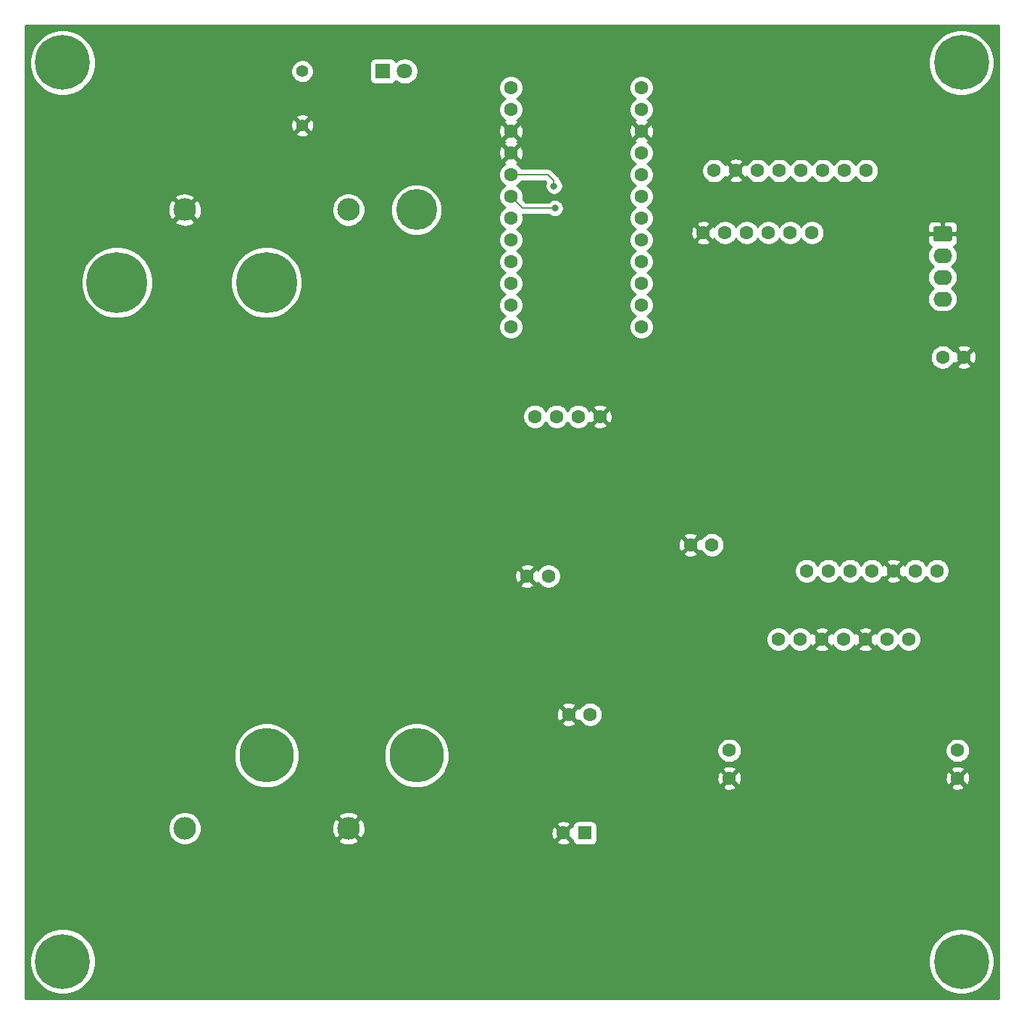
<source format=gbr>
G04 #@! TF.GenerationSoftware,KiCad,Pcbnew,(5.1.5)-3*
G04 #@! TF.CreationDate,2020-11-07T14:44:15-05:00*
G04 #@! TF.ProjectId,OceanSense,4f636561-6e53-4656-9e73-652e6b696361,rev?*
G04 #@! TF.SameCoordinates,Original*
G04 #@! TF.FileFunction,Copper,L2,Bot*
G04 #@! TF.FilePolarity,Positive*
%FSLAX46Y46*%
G04 Gerber Fmt 4.6, Leading zero omitted, Abs format (unit mm)*
G04 Created by KiCad (PCBNEW (5.1.5)-3) date 2020-11-07 14:44:15*
%MOMM*%
%LPD*%
G04 APERTURE LIST*
%ADD10C,1.600200*%
%ADD11C,4.775200*%
%ADD12C,2.641600*%
%ADD13C,7.112000*%
%ADD14C,6.350000*%
%ADD15C,1.600000*%
%ADD16O,2.200000X1.740000*%
%ADD17C,0.100000*%
%ADD18C,6.400000*%
%ADD19C,1.422400*%
%ADD20C,1.800000*%
%ADD21R,1.800000X1.800000*%
%ADD22R,1.600000X1.600000*%
%ADD23C,0.800000*%
%ADD24C,0.203200*%
%ADD25C,0.254000*%
G04 APERTURE END LIST*
D10*
X22620000Y517065000D03*
X22620000Y514525000D03*
X22620000Y511985000D03*
X22620000Y509445000D03*
X22620000Y506905000D03*
X22620000Y504365000D03*
X22620000Y501825000D03*
X22620000Y499285000D03*
X22620000Y496745000D03*
X22620000Y494205000D03*
X22620000Y491665000D03*
X22620000Y489125000D03*
X7380000Y489125000D03*
X7380000Y491665000D03*
X7380000Y494205000D03*
X7380000Y496745000D03*
X7380000Y499285000D03*
X7380000Y501825000D03*
X7380000Y504365000D03*
X7380000Y506905000D03*
X7380000Y509445000D03*
X7380000Y511985000D03*
X7380000Y514525000D03*
X7380000Y517065000D03*
X48890000Y507380000D03*
X46350000Y507380000D03*
X43810000Y507380000D03*
X41270000Y507380000D03*
X38730000Y507380000D03*
X36190000Y507380000D03*
X33650000Y507380000D03*
X31110000Y507380000D03*
X29845000Y500126000D03*
X32385000Y500126000D03*
X34925000Y500126000D03*
X37465000Y500126000D03*
X40005000Y500126000D03*
X42545000Y500126000D03*
X41910000Y460629000D03*
X44450000Y460629000D03*
X52070000Y460629000D03*
X49530000Y460629000D03*
X46990000Y460629000D03*
X54610000Y460629000D03*
X57150000Y460629000D03*
X10160000Y478663000D03*
X12700000Y478663000D03*
X15240000Y478663000D03*
X17780000Y478663000D03*
X53848000Y452628000D03*
X51308000Y452628000D03*
X48768000Y452628000D03*
X46228000Y452628000D03*
X43688000Y452628000D03*
X41148000Y452628000D03*
X38608000Y452628000D03*
X59563000Y436397400D03*
X59563000Y439648600D03*
X32893000Y436397400D03*
X32893000Y439648600D03*
D11*
X-3662000Y502814000D03*
D12*
X-11612200Y502814000D03*
X-30738400Y502814000D03*
X-30738400Y430551000D03*
X-11612200Y430551000D03*
D13*
X-38663200Y494305000D03*
X-21188000Y494305000D03*
D14*
X-3662000Y439060000D03*
X-21188000Y439060000D03*
D15*
X60300000Y485600000D03*
X57800000Y485600000D03*
D16*
X57800000Y492380000D03*
X57800000Y494920000D03*
X57800000Y497460000D03*
G04 #@! TA.AperFunction,ComponentPad*
D17*
G36*
X58674505Y500868796D02*
G01*
X58698773Y500865196D01*
X58722572Y500859235D01*
X58745671Y500850970D01*
X58767850Y500840480D01*
X58788893Y500827868D01*
X58808599Y500813253D01*
X58826777Y500796777D01*
X58843253Y500778599D01*
X58857868Y500758893D01*
X58870480Y500737850D01*
X58880970Y500715671D01*
X58889235Y500692572D01*
X58895196Y500668773D01*
X58898796Y500644505D01*
X58900000Y500620001D01*
X58900000Y499379999D01*
X58898796Y499355495D01*
X58895196Y499331227D01*
X58889235Y499307428D01*
X58880970Y499284329D01*
X58870480Y499262150D01*
X58857868Y499241107D01*
X58843253Y499221401D01*
X58826777Y499203223D01*
X58808599Y499186747D01*
X58788893Y499172132D01*
X58767850Y499159520D01*
X58745671Y499149030D01*
X58722572Y499140765D01*
X58698773Y499134804D01*
X58674505Y499131204D01*
X58650001Y499130000D01*
X56949999Y499130000D01*
X56925495Y499131204D01*
X56901227Y499134804D01*
X56877428Y499140765D01*
X56854329Y499149030D01*
X56832150Y499159520D01*
X56811107Y499172132D01*
X56791401Y499186747D01*
X56773223Y499203223D01*
X56756747Y499221401D01*
X56742132Y499241107D01*
X56729520Y499262150D01*
X56719030Y499284329D01*
X56710765Y499307428D01*
X56704804Y499331227D01*
X56701204Y499355495D01*
X56700000Y499379999D01*
X56700000Y500620001D01*
X56701204Y500644505D01*
X56704804Y500668773D01*
X56710765Y500692572D01*
X56719030Y500715671D01*
X56729520Y500737850D01*
X56742132Y500758893D01*
X56756747Y500778599D01*
X56773223Y500796777D01*
X56791401Y500813253D01*
X56811107Y500827868D01*
X56832150Y500840480D01*
X56854329Y500850970D01*
X56877428Y500859235D01*
X56901227Y500865196D01*
X56925495Y500868796D01*
X56949999Y500870000D01*
X58650001Y500870000D01*
X58674505Y500868796D01*
G37*
G04 #@! TD.AperFunction*
D18*
X-45000000Y520000000D03*
X60000000Y415000000D03*
X-45000000Y415000000D03*
X60000000Y520000000D03*
D19*
X-17000000Y512650000D03*
X-17000000Y519000000D03*
D20*
X-5035000Y519000000D03*
D21*
X-7575000Y519000000D03*
D22*
X16000000Y430000000D03*
D15*
X13500000Y430000000D03*
X16637000Y443865000D03*
X14137000Y443865000D03*
X28361000Y463677000D03*
X30861000Y463677000D03*
X11750000Y460000000D03*
X9250000Y460000000D03*
D23*
X12400000Y505600000D03*
X12500000Y503000000D03*
D24*
X12400000Y505600000D02*
X12400000Y506200000D01*
X11695000Y506905000D02*
X7380000Y506905000D01*
X12400000Y506200000D02*
X11695000Y506905000D01*
X12500000Y503000000D02*
X12400000Y503000000D01*
X8745000Y503000000D02*
X7380000Y504365000D01*
X12500000Y503000000D02*
X8745000Y503000000D01*
D25*
G36*
X64340001Y410660000D02*
G01*
X-49340000Y410660000D01*
X-49340000Y415377715D01*
X-48835000Y415377715D01*
X-48835000Y414622285D01*
X-48687623Y413881372D01*
X-48398533Y413183446D01*
X-47978839Y412555330D01*
X-47444670Y412021161D01*
X-46816554Y411601467D01*
X-46118628Y411312377D01*
X-45377715Y411165000D01*
X-44622285Y411165000D01*
X-43881372Y411312377D01*
X-43183446Y411601467D01*
X-42555330Y412021161D01*
X-42021161Y412555330D01*
X-41601467Y413183446D01*
X-41312377Y413881372D01*
X-41165000Y414622285D01*
X-41165000Y415377715D01*
X56165000Y415377715D01*
X56165000Y414622285D01*
X56312377Y413881372D01*
X56601467Y413183446D01*
X57021161Y412555330D01*
X57555330Y412021161D01*
X58183446Y411601467D01*
X58881372Y411312377D01*
X59622285Y411165000D01*
X60377715Y411165000D01*
X61118628Y411312377D01*
X61816554Y411601467D01*
X62444670Y412021161D01*
X62978839Y412555330D01*
X63398533Y413183446D01*
X63687623Y413881372D01*
X63835000Y414622285D01*
X63835000Y415377715D01*
X63687623Y416118628D01*
X63398533Y416816554D01*
X62978839Y417444670D01*
X62444670Y417978839D01*
X61816554Y418398533D01*
X61118628Y418687623D01*
X60377715Y418835000D01*
X59622285Y418835000D01*
X58881372Y418687623D01*
X58183446Y418398533D01*
X57555330Y417978839D01*
X57021161Y417444670D01*
X56601467Y416816554D01*
X56312377Y416118628D01*
X56165000Y415377715D01*
X-41165000Y415377715D01*
X-41312377Y416118628D01*
X-41601467Y416816554D01*
X-42021161Y417444670D01*
X-42555330Y417978839D01*
X-43183446Y418398533D01*
X-43881372Y418687623D01*
X-44622285Y418835000D01*
X-45377715Y418835000D01*
X-46118628Y418687623D01*
X-46816554Y418398533D01*
X-47444670Y417978839D01*
X-47978839Y417444670D01*
X-48398533Y416816554D01*
X-48687623Y416118628D01*
X-48835000Y415377715D01*
X-49340000Y415377715D01*
X-49340000Y430743629D01*
X-32694200Y430743629D01*
X-32694200Y430358371D01*
X-32619039Y429980514D01*
X-32471607Y429624581D01*
X-32257569Y429304250D01*
X-31985150Y429031831D01*
X-31664819Y428817793D01*
X-31308886Y428670361D01*
X-30931029Y428595200D01*
X-30545771Y428595200D01*
X-30167914Y428670361D01*
X-29811981Y428817793D01*
X-29491650Y429031831D01*
X-29336520Y429186961D01*
X-12796634Y429186961D01*
X-12662193Y428889743D01*
X-12317922Y428716820D01*
X-11946531Y428614384D01*
X-11562292Y428586371D01*
X-11179970Y428633857D01*
X-10814260Y428755018D01*
X-10562207Y428889743D01*
X-10509034Y429007298D01*
X12686903Y429007298D01*
X12758486Y428763329D01*
X13013996Y428642429D01*
X13288184Y428573700D01*
X13570512Y428559783D01*
X13850130Y428601213D01*
X14116292Y428696397D01*
X14241514Y428763329D01*
X14313097Y429007298D01*
X13500000Y429820395D01*
X12686903Y429007298D01*
X-10509034Y429007298D01*
X-10427766Y429186961D01*
X-11612200Y430371395D01*
X-12796634Y429186961D01*
X-29336520Y429186961D01*
X-29219231Y429304250D01*
X-29005193Y429624581D01*
X-28857761Y429980514D01*
X-28782600Y430358371D01*
X-28782600Y430501092D01*
X-13576829Y430501092D01*
X-13529343Y430118770D01*
X-13408182Y429753060D01*
X-13273457Y429501007D01*
X-12976239Y429366566D01*
X-11791805Y430551000D01*
X-11432595Y430551000D01*
X-10248161Y429366566D01*
X-9950943Y429501007D01*
X-9778020Y429845278D01*
X-9754794Y429929488D01*
X12059783Y429929488D01*
X12101213Y429649870D01*
X12196397Y429383708D01*
X12263329Y429258486D01*
X12507298Y429186903D01*
X13320395Y430000000D01*
X13679605Y430000000D01*
X14492702Y429186903D01*
X14561928Y429207215D01*
X14561928Y429200000D01*
X14574188Y429075518D01*
X14610498Y428955820D01*
X14669463Y428845506D01*
X14748815Y428748815D01*
X14845506Y428669463D01*
X14955820Y428610498D01*
X15075518Y428574188D01*
X15200000Y428561928D01*
X16800000Y428561928D01*
X16924482Y428574188D01*
X17044180Y428610498D01*
X17154494Y428669463D01*
X17251185Y428748815D01*
X17330537Y428845506D01*
X17389502Y428955820D01*
X17425812Y429075518D01*
X17438072Y429200000D01*
X17438072Y430800000D01*
X17425812Y430924482D01*
X17389502Y431044180D01*
X17330537Y431154494D01*
X17251185Y431251185D01*
X17154494Y431330537D01*
X17044180Y431389502D01*
X16924482Y431425812D01*
X16800000Y431438072D01*
X15200000Y431438072D01*
X15075518Y431425812D01*
X14955820Y431389502D01*
X14845506Y431330537D01*
X14748815Y431251185D01*
X14669463Y431154494D01*
X14610498Y431044180D01*
X14574188Y430924482D01*
X14561928Y430800000D01*
X14561928Y430792785D01*
X14492702Y430813097D01*
X13679605Y430000000D01*
X13320395Y430000000D01*
X12507298Y430813097D01*
X12263329Y430741514D01*
X12142429Y430486004D01*
X12073700Y430211816D01*
X12059783Y429929488D01*
X-9754794Y429929488D01*
X-9675584Y430216669D01*
X-9647571Y430600908D01*
X-9695057Y430983230D01*
X-9698195Y430992702D01*
X12686903Y430992702D01*
X13500000Y430179605D01*
X14313097Y430992702D01*
X14241514Y431236671D01*
X13986004Y431357571D01*
X13711816Y431426300D01*
X13429488Y431440217D01*
X13149870Y431398787D01*
X12883708Y431303603D01*
X12758486Y431236671D01*
X12686903Y430992702D01*
X-9698195Y430992702D01*
X-9816218Y431348940D01*
X-9950943Y431600993D01*
X-10248161Y431735434D01*
X-11432595Y430551000D01*
X-11791805Y430551000D01*
X-12976239Y431735434D01*
X-13273457Y431600993D01*
X-13446380Y431256722D01*
X-13548816Y430885331D01*
X-13576829Y430501092D01*
X-28782600Y430501092D01*
X-28782600Y430743629D01*
X-28857761Y431121486D01*
X-29005193Y431477419D01*
X-29219231Y431797750D01*
X-29336520Y431915039D01*
X-12796634Y431915039D01*
X-11612200Y430730605D01*
X-10427766Y431915039D01*
X-10562207Y432212257D01*
X-10906478Y432385180D01*
X-11277869Y432487616D01*
X-11662108Y432515629D01*
X-12044430Y432468143D01*
X-12410140Y432346982D01*
X-12662193Y432212257D01*
X-12796634Y431915039D01*
X-29336520Y431915039D01*
X-29491650Y432070169D01*
X-29811981Y432284207D01*
X-30167914Y432431639D01*
X-30545771Y432506800D01*
X-30931029Y432506800D01*
X-31308886Y432431639D01*
X-31664819Y432284207D01*
X-31985150Y432070169D01*
X-32257569Y431797750D01*
X-32471607Y431477419D01*
X-32619039Y431121486D01*
X-32694200Y430743629D01*
X-49340000Y430743629D01*
X-49340000Y439435252D01*
X-24998000Y439435252D01*
X-24998000Y438684748D01*
X-24851584Y437948664D01*
X-24564378Y437255288D01*
X-24147420Y436631267D01*
X-23616733Y436100580D01*
X-22992712Y435683622D01*
X-22299336Y435396416D01*
X-21563252Y435250000D01*
X-20812748Y435250000D01*
X-20076664Y435396416D01*
X-19383288Y435683622D01*
X-18759267Y436100580D01*
X-18228580Y436631267D01*
X-17811622Y437255288D01*
X-17524416Y437948664D01*
X-17378000Y438684748D01*
X-17378000Y439435252D01*
X-7472000Y439435252D01*
X-7472000Y438684748D01*
X-7325584Y437948664D01*
X-7038378Y437255288D01*
X-6621420Y436631267D01*
X-6090733Y436100580D01*
X-5466712Y435683622D01*
X-4773336Y435396416D01*
X-4037252Y435250000D01*
X-3286748Y435250000D01*
X-2550664Y435396416D01*
X-2530844Y435404626D01*
X32079831Y435404626D01*
X32151426Y435160646D01*
X32406954Y435039736D01*
X32681161Y434971000D01*
X32963508Y434957080D01*
X33243147Y434998511D01*
X33509328Y435093700D01*
X33634574Y435160646D01*
X33706169Y435404626D01*
X58749831Y435404626D01*
X58821426Y435160646D01*
X59076954Y435039736D01*
X59351161Y434971000D01*
X59633508Y434957080D01*
X59913147Y434998511D01*
X60179328Y435093700D01*
X60304574Y435160646D01*
X60376169Y435404626D01*
X59563000Y436217795D01*
X58749831Y435404626D01*
X33706169Y435404626D01*
X32893000Y436217795D01*
X32079831Y435404626D01*
X-2530844Y435404626D01*
X-1857288Y435683622D01*
X-1233267Y436100580D01*
X-1006955Y436326892D01*
X31452680Y436326892D01*
X31494111Y436047253D01*
X31589300Y435781072D01*
X31656246Y435655826D01*
X31900226Y435584231D01*
X32713395Y436397400D01*
X33072605Y436397400D01*
X33885774Y435584231D01*
X34129754Y435655826D01*
X34250664Y435911354D01*
X34319400Y436185561D01*
X34326367Y436326892D01*
X58122680Y436326892D01*
X58164111Y436047253D01*
X58259300Y435781072D01*
X58326246Y435655826D01*
X58570226Y435584231D01*
X59383395Y436397400D01*
X59742605Y436397400D01*
X60555774Y435584231D01*
X60799754Y435655826D01*
X60920664Y435911354D01*
X60989400Y436185561D01*
X61003320Y436467908D01*
X60961889Y436747547D01*
X60866700Y437013728D01*
X60799754Y437138974D01*
X60555774Y437210569D01*
X59742605Y436397400D01*
X59383395Y436397400D01*
X58570226Y437210569D01*
X58326246Y437138974D01*
X58205336Y436883446D01*
X58136600Y436609239D01*
X58122680Y436326892D01*
X34326367Y436326892D01*
X34333320Y436467908D01*
X34291889Y436747547D01*
X34196700Y437013728D01*
X34129754Y437138974D01*
X33885774Y437210569D01*
X33072605Y436397400D01*
X32713395Y436397400D01*
X31900226Y437210569D01*
X31656246Y437138974D01*
X31535336Y436883446D01*
X31466600Y436609239D01*
X31452680Y436326892D01*
X-1006955Y436326892D01*
X-702580Y436631267D01*
X-285622Y437255288D01*
X-229751Y437390174D01*
X32079831Y437390174D01*
X32893000Y436577005D01*
X33706169Y437390174D01*
X58749831Y437390174D01*
X59563000Y436577005D01*
X60376169Y437390174D01*
X60304574Y437634154D01*
X60049046Y437755064D01*
X59774839Y437823800D01*
X59492492Y437837720D01*
X59212853Y437796289D01*
X58946672Y437701100D01*
X58821426Y437634154D01*
X58749831Y437390174D01*
X33706169Y437390174D01*
X33634574Y437634154D01*
X33379046Y437755064D01*
X33104839Y437823800D01*
X32822492Y437837720D01*
X32542853Y437796289D01*
X32276672Y437701100D01*
X32151426Y437634154D01*
X32079831Y437390174D01*
X-229751Y437390174D01*
X1584Y437948664D01*
X148000Y438684748D01*
X148000Y439435252D01*
X77448Y439789945D01*
X31457900Y439789945D01*
X31457900Y439507255D01*
X31513050Y439229997D01*
X31621231Y438968825D01*
X31778285Y438733777D01*
X31978177Y438533885D01*
X32213225Y438376831D01*
X32474397Y438268650D01*
X32751655Y438213500D01*
X33034345Y438213500D01*
X33311603Y438268650D01*
X33572775Y438376831D01*
X33807823Y438533885D01*
X34007715Y438733777D01*
X34164769Y438968825D01*
X34272950Y439229997D01*
X34328100Y439507255D01*
X34328100Y439789945D01*
X58127900Y439789945D01*
X58127900Y439507255D01*
X58183050Y439229997D01*
X58291231Y438968825D01*
X58448285Y438733777D01*
X58648177Y438533885D01*
X58883225Y438376831D01*
X59144397Y438268650D01*
X59421655Y438213500D01*
X59704345Y438213500D01*
X59981603Y438268650D01*
X60242775Y438376831D01*
X60477823Y438533885D01*
X60677715Y438733777D01*
X60834769Y438968825D01*
X60942950Y439229997D01*
X60998100Y439507255D01*
X60998100Y439789945D01*
X60942950Y440067203D01*
X60834769Y440328375D01*
X60677715Y440563423D01*
X60477823Y440763315D01*
X60242775Y440920369D01*
X59981603Y441028550D01*
X59704345Y441083700D01*
X59421655Y441083700D01*
X59144397Y441028550D01*
X58883225Y440920369D01*
X58648177Y440763315D01*
X58448285Y440563423D01*
X58291231Y440328375D01*
X58183050Y440067203D01*
X58127900Y439789945D01*
X34328100Y439789945D01*
X34272950Y440067203D01*
X34164769Y440328375D01*
X34007715Y440563423D01*
X33807823Y440763315D01*
X33572775Y440920369D01*
X33311603Y441028550D01*
X33034345Y441083700D01*
X32751655Y441083700D01*
X32474397Y441028550D01*
X32213225Y440920369D01*
X31978177Y440763315D01*
X31778285Y440563423D01*
X31621231Y440328375D01*
X31513050Y440067203D01*
X31457900Y439789945D01*
X77448Y439789945D01*
X1584Y440171336D01*
X-285622Y440864712D01*
X-702580Y441488733D01*
X-1233267Y442019420D01*
X-1857288Y442436378D01*
X-2550664Y442723584D01*
X-3286748Y442870000D01*
X-4037252Y442870000D01*
X-4773336Y442723584D01*
X-5466712Y442436378D01*
X-6090733Y442019420D01*
X-6621420Y441488733D01*
X-7038378Y440864712D01*
X-7325584Y440171336D01*
X-7472000Y439435252D01*
X-17378000Y439435252D01*
X-17524416Y440171336D01*
X-17811622Y440864712D01*
X-18228580Y441488733D01*
X-18759267Y442019420D01*
X-19383288Y442436378D01*
X-20076664Y442723584D01*
X-20812748Y442870000D01*
X-21563252Y442870000D01*
X-22299336Y442723584D01*
X-22992712Y442436378D01*
X-23616733Y442019420D01*
X-24147420Y441488733D01*
X-24564378Y440864712D01*
X-24851584Y440171336D01*
X-24998000Y439435252D01*
X-49340000Y439435252D01*
X-49340000Y442872298D01*
X13323903Y442872298D01*
X13395486Y442628329D01*
X13650996Y442507429D01*
X13925184Y442438700D01*
X14207512Y442424783D01*
X14487130Y442466213D01*
X14753292Y442561397D01*
X14878514Y442628329D01*
X14950097Y442872298D01*
X14137000Y443685395D01*
X13323903Y442872298D01*
X-49340000Y442872298D01*
X-49340000Y443794488D01*
X12696783Y443794488D01*
X12738213Y443514870D01*
X12833397Y443248708D01*
X12900329Y443123486D01*
X13144298Y443051903D01*
X13957395Y443865000D01*
X14316605Y443865000D01*
X15129702Y443051903D01*
X15373671Y443123486D01*
X15387324Y443152341D01*
X15522363Y442950241D01*
X15722241Y442750363D01*
X15957273Y442593320D01*
X16218426Y442485147D01*
X16495665Y442430000D01*
X16778335Y442430000D01*
X17055574Y442485147D01*
X17316727Y442593320D01*
X17551759Y442750363D01*
X17751637Y442950241D01*
X17908680Y443185273D01*
X18016853Y443446426D01*
X18072000Y443723665D01*
X18072000Y444006335D01*
X18016853Y444283574D01*
X17908680Y444544727D01*
X17751637Y444779759D01*
X17551759Y444979637D01*
X17316727Y445136680D01*
X17055574Y445244853D01*
X16778335Y445300000D01*
X16495665Y445300000D01*
X16218426Y445244853D01*
X15957273Y445136680D01*
X15722241Y444979637D01*
X15522363Y444779759D01*
X15388308Y444579131D01*
X15373671Y444606514D01*
X15129702Y444678097D01*
X14316605Y443865000D01*
X13957395Y443865000D01*
X13144298Y444678097D01*
X12900329Y444606514D01*
X12779429Y444351004D01*
X12710700Y444076816D01*
X12696783Y443794488D01*
X-49340000Y443794488D01*
X-49340000Y444857702D01*
X13323903Y444857702D01*
X14137000Y444044605D01*
X14950097Y444857702D01*
X14878514Y445101671D01*
X14623004Y445222571D01*
X14348816Y445291300D01*
X14066488Y445305217D01*
X13786870Y445263787D01*
X13520708Y445168603D01*
X13395486Y445101671D01*
X13323903Y444857702D01*
X-49340000Y444857702D01*
X-49340000Y452769345D01*
X37172900Y452769345D01*
X37172900Y452486655D01*
X37228050Y452209397D01*
X37336231Y451948225D01*
X37493285Y451713177D01*
X37693177Y451513285D01*
X37928225Y451356231D01*
X38189397Y451248050D01*
X38466655Y451192900D01*
X38749345Y451192900D01*
X39026603Y451248050D01*
X39287775Y451356231D01*
X39522823Y451513285D01*
X39722715Y451713177D01*
X39878000Y451945578D01*
X40033285Y451713177D01*
X40233177Y451513285D01*
X40468225Y451356231D01*
X40729397Y451248050D01*
X41006655Y451192900D01*
X41289345Y451192900D01*
X41566603Y451248050D01*
X41827775Y451356231D01*
X42062823Y451513285D01*
X42184764Y451635226D01*
X42874831Y451635226D01*
X42946426Y451391246D01*
X43201954Y451270336D01*
X43476161Y451201600D01*
X43758508Y451187680D01*
X44038147Y451229111D01*
X44304328Y451324300D01*
X44429574Y451391246D01*
X44501169Y451635226D01*
X43688000Y452448395D01*
X42874831Y451635226D01*
X42184764Y451635226D01*
X42262715Y451713177D01*
X42418905Y451946932D01*
X42451246Y451886426D01*
X42695226Y451814831D01*
X43508395Y452628000D01*
X43867605Y452628000D01*
X44680774Y451814831D01*
X44924754Y451886426D01*
X44955188Y451950744D01*
X44956231Y451948225D01*
X45113285Y451713177D01*
X45313177Y451513285D01*
X45548225Y451356231D01*
X45809397Y451248050D01*
X46086655Y451192900D01*
X46369345Y451192900D01*
X46646603Y451248050D01*
X46907775Y451356231D01*
X47142823Y451513285D01*
X47264764Y451635226D01*
X47954831Y451635226D01*
X48026426Y451391246D01*
X48281954Y451270336D01*
X48556161Y451201600D01*
X48838508Y451187680D01*
X49118147Y451229111D01*
X49384328Y451324300D01*
X49509574Y451391246D01*
X49581169Y451635226D01*
X48768000Y452448395D01*
X47954831Y451635226D01*
X47264764Y451635226D01*
X47342715Y451713177D01*
X47498905Y451946932D01*
X47531246Y451886426D01*
X47775226Y451814831D01*
X48588395Y452628000D01*
X48947605Y452628000D01*
X49760774Y451814831D01*
X50004754Y451886426D01*
X50035188Y451950744D01*
X50036231Y451948225D01*
X50193285Y451713177D01*
X50393177Y451513285D01*
X50628225Y451356231D01*
X50889397Y451248050D01*
X51166655Y451192900D01*
X51449345Y451192900D01*
X51726603Y451248050D01*
X51987775Y451356231D01*
X52222823Y451513285D01*
X52422715Y451713177D01*
X52578000Y451945578D01*
X52733285Y451713177D01*
X52933177Y451513285D01*
X53168225Y451356231D01*
X53429397Y451248050D01*
X53706655Y451192900D01*
X53989345Y451192900D01*
X54266603Y451248050D01*
X54527775Y451356231D01*
X54762823Y451513285D01*
X54962715Y451713177D01*
X55119769Y451948225D01*
X55227950Y452209397D01*
X55283100Y452486655D01*
X55283100Y452769345D01*
X55227950Y453046603D01*
X55119769Y453307775D01*
X54962715Y453542823D01*
X54762823Y453742715D01*
X54527775Y453899769D01*
X54266603Y454007950D01*
X53989345Y454063100D01*
X53706655Y454063100D01*
X53429397Y454007950D01*
X53168225Y453899769D01*
X52933177Y453742715D01*
X52733285Y453542823D01*
X52578000Y453310422D01*
X52422715Y453542823D01*
X52222823Y453742715D01*
X51987775Y453899769D01*
X51726603Y454007950D01*
X51449345Y454063100D01*
X51166655Y454063100D01*
X50889397Y454007950D01*
X50628225Y453899769D01*
X50393177Y453742715D01*
X50193285Y453542823D01*
X50037095Y453309068D01*
X50004754Y453369574D01*
X49760774Y453441169D01*
X48947605Y452628000D01*
X48588395Y452628000D01*
X47775226Y453441169D01*
X47531246Y453369574D01*
X47500812Y453305256D01*
X47499769Y453307775D01*
X47342715Y453542823D01*
X47264764Y453620774D01*
X47954831Y453620774D01*
X48768000Y452807605D01*
X49581169Y453620774D01*
X49509574Y453864754D01*
X49254046Y453985664D01*
X48979839Y454054400D01*
X48697492Y454068320D01*
X48417853Y454026889D01*
X48151672Y453931700D01*
X48026426Y453864754D01*
X47954831Y453620774D01*
X47264764Y453620774D01*
X47142823Y453742715D01*
X46907775Y453899769D01*
X46646603Y454007950D01*
X46369345Y454063100D01*
X46086655Y454063100D01*
X45809397Y454007950D01*
X45548225Y453899769D01*
X45313177Y453742715D01*
X45113285Y453542823D01*
X44957095Y453309068D01*
X44924754Y453369574D01*
X44680774Y453441169D01*
X43867605Y452628000D01*
X43508395Y452628000D01*
X42695226Y453441169D01*
X42451246Y453369574D01*
X42420812Y453305256D01*
X42419769Y453307775D01*
X42262715Y453542823D01*
X42184764Y453620774D01*
X42874831Y453620774D01*
X43688000Y452807605D01*
X44501169Y453620774D01*
X44429574Y453864754D01*
X44174046Y453985664D01*
X43899839Y454054400D01*
X43617492Y454068320D01*
X43337853Y454026889D01*
X43071672Y453931700D01*
X42946426Y453864754D01*
X42874831Y453620774D01*
X42184764Y453620774D01*
X42062823Y453742715D01*
X41827775Y453899769D01*
X41566603Y454007950D01*
X41289345Y454063100D01*
X41006655Y454063100D01*
X40729397Y454007950D01*
X40468225Y453899769D01*
X40233177Y453742715D01*
X40033285Y453542823D01*
X39878000Y453310422D01*
X39722715Y453542823D01*
X39522823Y453742715D01*
X39287775Y453899769D01*
X39026603Y454007950D01*
X38749345Y454063100D01*
X38466655Y454063100D01*
X38189397Y454007950D01*
X37928225Y453899769D01*
X37693177Y453742715D01*
X37493285Y453542823D01*
X37336231Y453307775D01*
X37228050Y453046603D01*
X37172900Y452769345D01*
X-49340000Y452769345D01*
X-49340000Y459007298D01*
X8436903Y459007298D01*
X8508486Y458763329D01*
X8763996Y458642429D01*
X9038184Y458573700D01*
X9320512Y458559783D01*
X9600130Y458601213D01*
X9866292Y458696397D01*
X9991514Y458763329D01*
X10063097Y459007298D01*
X9250000Y459820395D01*
X8436903Y459007298D01*
X-49340000Y459007298D01*
X-49340000Y459929488D01*
X7809783Y459929488D01*
X7851213Y459649870D01*
X7946397Y459383708D01*
X8013329Y459258486D01*
X8257298Y459186903D01*
X9070395Y460000000D01*
X9429605Y460000000D01*
X10242702Y459186903D01*
X10486671Y459258486D01*
X10500324Y459287341D01*
X10635363Y459085241D01*
X10835241Y458885363D01*
X11070273Y458728320D01*
X11331426Y458620147D01*
X11608665Y458565000D01*
X11891335Y458565000D01*
X12168574Y458620147D01*
X12429727Y458728320D01*
X12664759Y458885363D01*
X12864637Y459085241D01*
X13021680Y459320273D01*
X13129853Y459581426D01*
X13185000Y459858665D01*
X13185000Y460141335D01*
X13129853Y460418574D01*
X13021680Y460679727D01*
X12961132Y460770345D01*
X40474900Y460770345D01*
X40474900Y460487655D01*
X40530050Y460210397D01*
X40638231Y459949225D01*
X40795285Y459714177D01*
X40995177Y459514285D01*
X41230225Y459357231D01*
X41491397Y459249050D01*
X41768655Y459193900D01*
X42051345Y459193900D01*
X42328603Y459249050D01*
X42589775Y459357231D01*
X42824823Y459514285D01*
X43024715Y459714177D01*
X43180000Y459946578D01*
X43335285Y459714177D01*
X43535177Y459514285D01*
X43770225Y459357231D01*
X44031397Y459249050D01*
X44308655Y459193900D01*
X44591345Y459193900D01*
X44868603Y459249050D01*
X45129775Y459357231D01*
X45364823Y459514285D01*
X45564715Y459714177D01*
X45720000Y459946578D01*
X45875285Y459714177D01*
X46075177Y459514285D01*
X46310225Y459357231D01*
X46571397Y459249050D01*
X46848655Y459193900D01*
X47131345Y459193900D01*
X47408603Y459249050D01*
X47669775Y459357231D01*
X47904823Y459514285D01*
X48104715Y459714177D01*
X48260000Y459946578D01*
X48415285Y459714177D01*
X48615177Y459514285D01*
X48850225Y459357231D01*
X49111397Y459249050D01*
X49388655Y459193900D01*
X49671345Y459193900D01*
X49948603Y459249050D01*
X50209775Y459357231D01*
X50444823Y459514285D01*
X50566764Y459636226D01*
X51256831Y459636226D01*
X51328426Y459392246D01*
X51583954Y459271336D01*
X51858161Y459202600D01*
X52140508Y459188680D01*
X52420147Y459230111D01*
X52686328Y459325300D01*
X52811574Y459392246D01*
X52883169Y459636226D01*
X52070000Y460449395D01*
X51256831Y459636226D01*
X50566764Y459636226D01*
X50644715Y459714177D01*
X50800905Y459947932D01*
X50833246Y459887426D01*
X51077226Y459815831D01*
X51890395Y460629000D01*
X52249605Y460629000D01*
X53062774Y459815831D01*
X53306754Y459887426D01*
X53337188Y459951744D01*
X53338231Y459949225D01*
X53495285Y459714177D01*
X53695177Y459514285D01*
X53930225Y459357231D01*
X54191397Y459249050D01*
X54468655Y459193900D01*
X54751345Y459193900D01*
X55028603Y459249050D01*
X55289775Y459357231D01*
X55524823Y459514285D01*
X55724715Y459714177D01*
X55880000Y459946578D01*
X56035285Y459714177D01*
X56235177Y459514285D01*
X56470225Y459357231D01*
X56731397Y459249050D01*
X57008655Y459193900D01*
X57291345Y459193900D01*
X57568603Y459249050D01*
X57829775Y459357231D01*
X58064823Y459514285D01*
X58264715Y459714177D01*
X58421769Y459949225D01*
X58529950Y460210397D01*
X58585100Y460487655D01*
X58585100Y460770345D01*
X58529950Y461047603D01*
X58421769Y461308775D01*
X58264715Y461543823D01*
X58064823Y461743715D01*
X57829775Y461900769D01*
X57568603Y462008950D01*
X57291345Y462064100D01*
X57008655Y462064100D01*
X56731397Y462008950D01*
X56470225Y461900769D01*
X56235177Y461743715D01*
X56035285Y461543823D01*
X55880000Y461311422D01*
X55724715Y461543823D01*
X55524823Y461743715D01*
X55289775Y461900769D01*
X55028603Y462008950D01*
X54751345Y462064100D01*
X54468655Y462064100D01*
X54191397Y462008950D01*
X53930225Y461900769D01*
X53695177Y461743715D01*
X53495285Y461543823D01*
X53339095Y461310068D01*
X53306754Y461370574D01*
X53062774Y461442169D01*
X52249605Y460629000D01*
X51890395Y460629000D01*
X51077226Y461442169D01*
X50833246Y461370574D01*
X50802812Y461306256D01*
X50801769Y461308775D01*
X50644715Y461543823D01*
X50566764Y461621774D01*
X51256831Y461621774D01*
X52070000Y460808605D01*
X52883169Y461621774D01*
X52811574Y461865754D01*
X52556046Y461986664D01*
X52281839Y462055400D01*
X51999492Y462069320D01*
X51719853Y462027889D01*
X51453672Y461932700D01*
X51328426Y461865754D01*
X51256831Y461621774D01*
X50566764Y461621774D01*
X50444823Y461743715D01*
X50209775Y461900769D01*
X49948603Y462008950D01*
X49671345Y462064100D01*
X49388655Y462064100D01*
X49111397Y462008950D01*
X48850225Y461900769D01*
X48615177Y461743715D01*
X48415285Y461543823D01*
X48260000Y461311422D01*
X48104715Y461543823D01*
X47904823Y461743715D01*
X47669775Y461900769D01*
X47408603Y462008950D01*
X47131345Y462064100D01*
X46848655Y462064100D01*
X46571397Y462008950D01*
X46310225Y461900769D01*
X46075177Y461743715D01*
X45875285Y461543823D01*
X45720000Y461311422D01*
X45564715Y461543823D01*
X45364823Y461743715D01*
X45129775Y461900769D01*
X44868603Y462008950D01*
X44591345Y462064100D01*
X44308655Y462064100D01*
X44031397Y462008950D01*
X43770225Y461900769D01*
X43535177Y461743715D01*
X43335285Y461543823D01*
X43180000Y461311422D01*
X43024715Y461543823D01*
X42824823Y461743715D01*
X42589775Y461900769D01*
X42328603Y462008950D01*
X42051345Y462064100D01*
X41768655Y462064100D01*
X41491397Y462008950D01*
X41230225Y461900769D01*
X40995177Y461743715D01*
X40795285Y461543823D01*
X40638231Y461308775D01*
X40530050Y461047603D01*
X40474900Y460770345D01*
X12961132Y460770345D01*
X12864637Y460914759D01*
X12664759Y461114637D01*
X12429727Y461271680D01*
X12168574Y461379853D01*
X11891335Y461435000D01*
X11608665Y461435000D01*
X11331426Y461379853D01*
X11070273Y461271680D01*
X10835241Y461114637D01*
X10635363Y460914759D01*
X10501308Y460714131D01*
X10486671Y460741514D01*
X10242702Y460813097D01*
X9429605Y460000000D01*
X9070395Y460000000D01*
X8257298Y460813097D01*
X8013329Y460741514D01*
X7892429Y460486004D01*
X7823700Y460211816D01*
X7809783Y459929488D01*
X-49340000Y459929488D01*
X-49340000Y460992702D01*
X8436903Y460992702D01*
X9250000Y460179605D01*
X10063097Y460992702D01*
X9991514Y461236671D01*
X9736004Y461357571D01*
X9461816Y461426300D01*
X9179488Y461440217D01*
X8899870Y461398787D01*
X8633708Y461303603D01*
X8508486Y461236671D01*
X8436903Y460992702D01*
X-49340000Y460992702D01*
X-49340000Y462684298D01*
X27547903Y462684298D01*
X27619486Y462440329D01*
X27874996Y462319429D01*
X28149184Y462250700D01*
X28431512Y462236783D01*
X28711130Y462278213D01*
X28977292Y462373397D01*
X29102514Y462440329D01*
X29174097Y462684298D01*
X28361000Y463497395D01*
X27547903Y462684298D01*
X-49340000Y462684298D01*
X-49340000Y463606488D01*
X26920783Y463606488D01*
X26962213Y463326870D01*
X27057397Y463060708D01*
X27124329Y462935486D01*
X27368298Y462863903D01*
X28181395Y463677000D01*
X28540605Y463677000D01*
X29353702Y462863903D01*
X29597671Y462935486D01*
X29611324Y462964341D01*
X29746363Y462762241D01*
X29946241Y462562363D01*
X30181273Y462405320D01*
X30442426Y462297147D01*
X30719665Y462242000D01*
X31002335Y462242000D01*
X31279574Y462297147D01*
X31540727Y462405320D01*
X31775759Y462562363D01*
X31975637Y462762241D01*
X32132680Y462997273D01*
X32240853Y463258426D01*
X32296000Y463535665D01*
X32296000Y463818335D01*
X32240853Y464095574D01*
X32132680Y464356727D01*
X31975637Y464591759D01*
X31775759Y464791637D01*
X31540727Y464948680D01*
X31279574Y465056853D01*
X31002335Y465112000D01*
X30719665Y465112000D01*
X30442426Y465056853D01*
X30181273Y464948680D01*
X29946241Y464791637D01*
X29746363Y464591759D01*
X29612308Y464391131D01*
X29597671Y464418514D01*
X29353702Y464490097D01*
X28540605Y463677000D01*
X28181395Y463677000D01*
X27368298Y464490097D01*
X27124329Y464418514D01*
X27003429Y464163004D01*
X26934700Y463888816D01*
X26920783Y463606488D01*
X-49340000Y463606488D01*
X-49340000Y464669702D01*
X27547903Y464669702D01*
X28361000Y463856605D01*
X29174097Y464669702D01*
X29102514Y464913671D01*
X28847004Y465034571D01*
X28572816Y465103300D01*
X28290488Y465117217D01*
X28010870Y465075787D01*
X27744708Y464980603D01*
X27619486Y464913671D01*
X27547903Y464669702D01*
X-49340000Y464669702D01*
X-49340000Y478804345D01*
X8724900Y478804345D01*
X8724900Y478521655D01*
X8780050Y478244397D01*
X8888231Y477983225D01*
X9045285Y477748177D01*
X9245177Y477548285D01*
X9480225Y477391231D01*
X9741397Y477283050D01*
X10018655Y477227900D01*
X10301345Y477227900D01*
X10578603Y477283050D01*
X10839775Y477391231D01*
X11074823Y477548285D01*
X11274715Y477748177D01*
X11430000Y477980578D01*
X11585285Y477748177D01*
X11785177Y477548285D01*
X12020225Y477391231D01*
X12281397Y477283050D01*
X12558655Y477227900D01*
X12841345Y477227900D01*
X13118603Y477283050D01*
X13379775Y477391231D01*
X13614823Y477548285D01*
X13814715Y477748177D01*
X13970000Y477980578D01*
X14125285Y477748177D01*
X14325177Y477548285D01*
X14560225Y477391231D01*
X14821397Y477283050D01*
X15098655Y477227900D01*
X15381345Y477227900D01*
X15658603Y477283050D01*
X15919775Y477391231D01*
X16154823Y477548285D01*
X16276764Y477670226D01*
X16966831Y477670226D01*
X17038426Y477426246D01*
X17293954Y477305336D01*
X17568161Y477236600D01*
X17850508Y477222680D01*
X18130147Y477264111D01*
X18396328Y477359300D01*
X18521574Y477426246D01*
X18593169Y477670226D01*
X17780000Y478483395D01*
X16966831Y477670226D01*
X16276764Y477670226D01*
X16354715Y477748177D01*
X16510905Y477981932D01*
X16543246Y477921426D01*
X16787226Y477849831D01*
X17600395Y478663000D01*
X17959605Y478663000D01*
X18772774Y477849831D01*
X19016754Y477921426D01*
X19137664Y478176954D01*
X19206400Y478451161D01*
X19220320Y478733508D01*
X19178889Y479013147D01*
X19083700Y479279328D01*
X19016754Y479404574D01*
X18772774Y479476169D01*
X17959605Y478663000D01*
X17600395Y478663000D01*
X16787226Y479476169D01*
X16543246Y479404574D01*
X16512812Y479340256D01*
X16511769Y479342775D01*
X16354715Y479577823D01*
X16276764Y479655774D01*
X16966831Y479655774D01*
X17780000Y478842605D01*
X18593169Y479655774D01*
X18521574Y479899754D01*
X18266046Y480020664D01*
X17991839Y480089400D01*
X17709492Y480103320D01*
X17429853Y480061889D01*
X17163672Y479966700D01*
X17038426Y479899754D01*
X16966831Y479655774D01*
X16276764Y479655774D01*
X16154823Y479777715D01*
X15919775Y479934769D01*
X15658603Y480042950D01*
X15381345Y480098100D01*
X15098655Y480098100D01*
X14821397Y480042950D01*
X14560225Y479934769D01*
X14325177Y479777715D01*
X14125285Y479577823D01*
X13970000Y479345422D01*
X13814715Y479577823D01*
X13614823Y479777715D01*
X13379775Y479934769D01*
X13118603Y480042950D01*
X12841345Y480098100D01*
X12558655Y480098100D01*
X12281397Y480042950D01*
X12020225Y479934769D01*
X11785177Y479777715D01*
X11585285Y479577823D01*
X11430000Y479345422D01*
X11274715Y479577823D01*
X11074823Y479777715D01*
X10839775Y479934769D01*
X10578603Y480042950D01*
X10301345Y480098100D01*
X10018655Y480098100D01*
X9741397Y480042950D01*
X9480225Y479934769D01*
X9245177Y479777715D01*
X9045285Y479577823D01*
X8888231Y479342775D01*
X8780050Y479081603D01*
X8724900Y478804345D01*
X-49340000Y478804345D01*
X-49340000Y485741335D01*
X56365000Y485741335D01*
X56365000Y485458665D01*
X56420147Y485181426D01*
X56528320Y484920273D01*
X56685363Y484685241D01*
X56885241Y484485363D01*
X57120273Y484328320D01*
X57381426Y484220147D01*
X57658665Y484165000D01*
X57941335Y484165000D01*
X58218574Y484220147D01*
X58479727Y484328320D01*
X58714759Y484485363D01*
X58836694Y484607298D01*
X59486903Y484607298D01*
X59558486Y484363329D01*
X59813996Y484242429D01*
X60088184Y484173700D01*
X60370512Y484159783D01*
X60650130Y484201213D01*
X60916292Y484296397D01*
X61041514Y484363329D01*
X61113097Y484607298D01*
X60300000Y485420395D01*
X59486903Y484607298D01*
X58836694Y484607298D01*
X58914637Y484685241D01*
X59048692Y484885869D01*
X59063329Y484858486D01*
X59307298Y484786903D01*
X60120395Y485600000D01*
X60479605Y485600000D01*
X61292702Y484786903D01*
X61536671Y484858486D01*
X61657571Y485113996D01*
X61726300Y485388184D01*
X61740217Y485670512D01*
X61698787Y485950130D01*
X61603603Y486216292D01*
X61536671Y486341514D01*
X61292702Y486413097D01*
X60479605Y485600000D01*
X60120395Y485600000D01*
X59307298Y486413097D01*
X59063329Y486341514D01*
X59049676Y486312659D01*
X58914637Y486514759D01*
X58836694Y486592702D01*
X59486903Y486592702D01*
X60300000Y485779605D01*
X61113097Y486592702D01*
X61041514Y486836671D01*
X60786004Y486957571D01*
X60511816Y487026300D01*
X60229488Y487040217D01*
X59949870Y486998787D01*
X59683708Y486903603D01*
X59558486Y486836671D01*
X59486903Y486592702D01*
X58836694Y486592702D01*
X58714759Y486714637D01*
X58479727Y486871680D01*
X58218574Y486979853D01*
X57941335Y487035000D01*
X57658665Y487035000D01*
X57381426Y486979853D01*
X57120273Y486871680D01*
X56885241Y486714637D01*
X56685363Y486514759D01*
X56528320Y486279727D01*
X56420147Y486018574D01*
X56365000Y485741335D01*
X-49340000Y485741335D01*
X-49340000Y494717777D01*
X-42854200Y494717777D01*
X-42854200Y493892223D01*
X-42693142Y493082531D01*
X-42377216Y492319817D01*
X-41918562Y491633394D01*
X-41334806Y491049638D01*
X-40648383Y490590984D01*
X-39885669Y490275058D01*
X-39075977Y490114000D01*
X-38250423Y490114000D01*
X-37440731Y490275058D01*
X-36678017Y490590984D01*
X-35991594Y491049638D01*
X-35407838Y491633394D01*
X-34949184Y492319817D01*
X-34633258Y493082531D01*
X-34472200Y493892223D01*
X-34472200Y494717777D01*
X-25379000Y494717777D01*
X-25379000Y493892223D01*
X-25217942Y493082531D01*
X-24902016Y492319817D01*
X-24443362Y491633394D01*
X-23859606Y491049638D01*
X-23173183Y490590984D01*
X-22410469Y490275058D01*
X-21600777Y490114000D01*
X-20775223Y490114000D01*
X-19965531Y490275058D01*
X-19202817Y490590984D01*
X-18516394Y491049638D01*
X-17932638Y491633394D01*
X-17473984Y492319817D01*
X-17158058Y493082531D01*
X-16997000Y493892223D01*
X-16997000Y494717777D01*
X-17158058Y495527469D01*
X-17473984Y496290183D01*
X-17932638Y496976606D01*
X-18516394Y497560362D01*
X-19202817Y498019016D01*
X-19965531Y498334942D01*
X-20775223Y498496000D01*
X-21600777Y498496000D01*
X-22410469Y498334942D01*
X-23173183Y498019016D01*
X-23859606Y497560362D01*
X-24443362Y496976606D01*
X-24902016Y496290183D01*
X-25217942Y495527469D01*
X-25379000Y494717777D01*
X-34472200Y494717777D01*
X-34633258Y495527469D01*
X-34949184Y496290183D01*
X-35407838Y496976606D01*
X-35991594Y497560362D01*
X-36678017Y498019016D01*
X-37440731Y498334942D01*
X-38250423Y498496000D01*
X-39075977Y498496000D01*
X-39885669Y498334942D01*
X-40648383Y498019016D01*
X-41334806Y497560362D01*
X-41918562Y496976606D01*
X-42377216Y496290183D01*
X-42693142Y495527469D01*
X-42854200Y494717777D01*
X-49340000Y494717777D01*
X-49340000Y501449961D01*
X-31922834Y501449961D01*
X-31788393Y501152743D01*
X-31444122Y500979820D01*
X-31072731Y500877384D01*
X-30688492Y500849371D01*
X-30306170Y500896857D01*
X-29940460Y501018018D01*
X-29688407Y501152743D01*
X-29553966Y501449961D01*
X-30738400Y502634395D01*
X-31922834Y501449961D01*
X-49340000Y501449961D01*
X-49340000Y502764092D01*
X-32703029Y502764092D01*
X-32655543Y502381770D01*
X-32534382Y502016060D01*
X-32399657Y501764007D01*
X-32102439Y501629566D01*
X-30918005Y502814000D01*
X-30558795Y502814000D01*
X-29374361Y501629566D01*
X-29077143Y501764007D01*
X-28904220Y502108278D01*
X-28801784Y502479669D01*
X-28773771Y502863908D01*
X-28791497Y503006629D01*
X-13568000Y503006629D01*
X-13568000Y502621371D01*
X-13492839Y502243514D01*
X-13345407Y501887581D01*
X-13131369Y501567250D01*
X-12858950Y501294831D01*
X-12538619Y501080793D01*
X-12182686Y500933361D01*
X-11804829Y500858200D01*
X-11419571Y500858200D01*
X-11041714Y500933361D01*
X-10685781Y501080793D01*
X-10365450Y501294831D01*
X-10093031Y501567250D01*
X-9878993Y501887581D01*
X-9731561Y502243514D01*
X-9656400Y502621371D01*
X-9656400Y503006629D01*
X-9677300Y503111700D01*
X-6684600Y503111700D01*
X-6684600Y502516300D01*
X-6568443Y501932340D01*
X-6340593Y501382262D01*
X-6009807Y500887205D01*
X-5588795Y500466193D01*
X-5093738Y500135407D01*
X-4543660Y499907557D01*
X-3959700Y499791400D01*
X-3364300Y499791400D01*
X-2780340Y499907557D01*
X-2230262Y500135407D01*
X-1735205Y500466193D01*
X-1314193Y500887205D01*
X-983407Y501382262D01*
X-755557Y501932340D01*
X-639400Y502516300D01*
X-639400Y503111700D01*
X-755557Y503695660D01*
X-983407Y504245738D01*
X-1314193Y504740795D01*
X-1735205Y505161807D01*
X-2230262Y505492593D01*
X-2780340Y505720443D01*
X-3364300Y505836600D01*
X-3959700Y505836600D01*
X-4543660Y505720443D01*
X-5093738Y505492593D01*
X-5588795Y505161807D01*
X-6009807Y504740795D01*
X-6340593Y504245738D01*
X-6568443Y503695660D01*
X-6684600Y503111700D01*
X-9677300Y503111700D01*
X-9731561Y503384486D01*
X-9878993Y503740419D01*
X-10093031Y504060750D01*
X-10365450Y504333169D01*
X-10685781Y504547207D01*
X-11041714Y504694639D01*
X-11419571Y504769800D01*
X-11804829Y504769800D01*
X-12182686Y504694639D01*
X-12538619Y504547207D01*
X-12858950Y504333169D01*
X-13131369Y504060750D01*
X-13345407Y503740419D01*
X-13492839Y503384486D01*
X-13568000Y503006629D01*
X-28791497Y503006629D01*
X-28821257Y503246230D01*
X-28942418Y503611940D01*
X-29077143Y503863993D01*
X-29374361Y503998434D01*
X-30558795Y502814000D01*
X-30918005Y502814000D01*
X-32102439Y503998434D01*
X-32399657Y503863993D01*
X-32572580Y503519722D01*
X-32675016Y503148331D01*
X-32703029Y502764092D01*
X-49340000Y502764092D01*
X-49340000Y504178039D01*
X-31922834Y504178039D01*
X-30738400Y502993605D01*
X-29553966Y504178039D01*
X-29688407Y504475257D01*
X-30032678Y504648180D01*
X-30404069Y504750616D01*
X-30788308Y504778629D01*
X-31170630Y504731143D01*
X-31536340Y504609982D01*
X-31788393Y504475257D01*
X-31922834Y504178039D01*
X-49340000Y504178039D01*
X-49340000Y507046345D01*
X5944900Y507046345D01*
X5944900Y506763655D01*
X6000050Y506486397D01*
X6108231Y506225225D01*
X6265285Y505990177D01*
X6465177Y505790285D01*
X6697578Y505635000D01*
X6465177Y505479715D01*
X6265285Y505279823D01*
X6108231Y505044775D01*
X6000050Y504783603D01*
X5944900Y504506345D01*
X5944900Y504223655D01*
X6000050Y503946397D01*
X6108231Y503685225D01*
X6265285Y503450177D01*
X6465177Y503250285D01*
X6697578Y503095000D01*
X6465177Y502939715D01*
X6265285Y502739823D01*
X6108231Y502504775D01*
X6000050Y502243603D01*
X5944900Y501966345D01*
X5944900Y501683655D01*
X6000050Y501406397D01*
X6108231Y501145225D01*
X6265285Y500910177D01*
X6465177Y500710285D01*
X6697578Y500555000D01*
X6465177Y500399715D01*
X6265285Y500199823D01*
X6108231Y499964775D01*
X6000050Y499703603D01*
X5944900Y499426345D01*
X5944900Y499143655D01*
X6000050Y498866397D01*
X6108231Y498605225D01*
X6265285Y498370177D01*
X6465177Y498170285D01*
X6697578Y498015000D01*
X6465177Y497859715D01*
X6265285Y497659823D01*
X6108231Y497424775D01*
X6000050Y497163603D01*
X5944900Y496886345D01*
X5944900Y496603655D01*
X6000050Y496326397D01*
X6108231Y496065225D01*
X6265285Y495830177D01*
X6465177Y495630285D01*
X6697578Y495475000D01*
X6465177Y495319715D01*
X6265285Y495119823D01*
X6108231Y494884775D01*
X6000050Y494623603D01*
X5944900Y494346345D01*
X5944900Y494063655D01*
X6000050Y493786397D01*
X6108231Y493525225D01*
X6265285Y493290177D01*
X6465177Y493090285D01*
X6697578Y492935000D01*
X6465177Y492779715D01*
X6265285Y492579823D01*
X6108231Y492344775D01*
X6000050Y492083603D01*
X5944900Y491806345D01*
X5944900Y491523655D01*
X6000050Y491246397D01*
X6108231Y490985225D01*
X6265285Y490750177D01*
X6465177Y490550285D01*
X6697578Y490395000D01*
X6465177Y490239715D01*
X6265285Y490039823D01*
X6108231Y489804775D01*
X6000050Y489543603D01*
X5944900Y489266345D01*
X5944900Y488983655D01*
X6000050Y488706397D01*
X6108231Y488445225D01*
X6265285Y488210177D01*
X6465177Y488010285D01*
X6700225Y487853231D01*
X6961397Y487745050D01*
X7238655Y487689900D01*
X7521345Y487689900D01*
X7798603Y487745050D01*
X8059775Y487853231D01*
X8294823Y488010285D01*
X8494715Y488210177D01*
X8651769Y488445225D01*
X8759950Y488706397D01*
X8815100Y488983655D01*
X8815100Y489266345D01*
X8759950Y489543603D01*
X8651769Y489804775D01*
X8494715Y490039823D01*
X8294823Y490239715D01*
X8062422Y490395000D01*
X8294823Y490550285D01*
X8494715Y490750177D01*
X8651769Y490985225D01*
X8759950Y491246397D01*
X8815100Y491523655D01*
X8815100Y491806345D01*
X8759950Y492083603D01*
X8651769Y492344775D01*
X8494715Y492579823D01*
X8294823Y492779715D01*
X8062422Y492935000D01*
X8294823Y493090285D01*
X8494715Y493290177D01*
X8651769Y493525225D01*
X8759950Y493786397D01*
X8815100Y494063655D01*
X8815100Y494346345D01*
X8759950Y494623603D01*
X8651769Y494884775D01*
X8494715Y495119823D01*
X8294823Y495319715D01*
X8062422Y495475000D01*
X8294823Y495630285D01*
X8494715Y495830177D01*
X8651769Y496065225D01*
X8759950Y496326397D01*
X8815100Y496603655D01*
X8815100Y496886345D01*
X8759950Y497163603D01*
X8651769Y497424775D01*
X8494715Y497659823D01*
X8294823Y497859715D01*
X8062422Y498015000D01*
X8294823Y498170285D01*
X8494715Y498370177D01*
X8651769Y498605225D01*
X8759950Y498866397D01*
X8815100Y499143655D01*
X8815100Y499426345D01*
X8759950Y499703603D01*
X8651769Y499964775D01*
X8494715Y500199823D01*
X8294823Y500399715D01*
X8062422Y500555000D01*
X8294823Y500710285D01*
X8494715Y500910177D01*
X8651769Y501145225D01*
X8759950Y501406397D01*
X8815100Y501683655D01*
X8815100Y501966345D01*
X8759950Y502243603D01*
X8752904Y502260614D01*
X8781186Y502263400D01*
X11772889Y502263400D01*
X11840226Y502196063D01*
X12009744Y502082795D01*
X12198102Y502004774D01*
X12398061Y501965000D01*
X12601939Y501965000D01*
X12801898Y502004774D01*
X12990256Y502082795D01*
X13159774Y502196063D01*
X13303937Y502340226D01*
X13417205Y502509744D01*
X13495226Y502698102D01*
X13535000Y502898061D01*
X13535000Y503101939D01*
X13495226Y503301898D01*
X13417205Y503490256D01*
X13303937Y503659774D01*
X13159774Y503803937D01*
X12990256Y503917205D01*
X12801898Y503995226D01*
X12601939Y504035000D01*
X12398061Y504035000D01*
X12198102Y503995226D01*
X12009744Y503917205D01*
X11840226Y503803937D01*
X11772889Y503736600D01*
X9050110Y503736600D01*
X8773283Y504013427D01*
X8815100Y504223655D01*
X8815100Y504506345D01*
X8759950Y504783603D01*
X8651769Y505044775D01*
X8494715Y505279823D01*
X8294823Y505479715D01*
X8062422Y505635000D01*
X8294823Y505790285D01*
X8494715Y505990177D01*
X8613800Y506168400D01*
X11389891Y506168400D01*
X11478472Y506079819D01*
X11404774Y505901898D01*
X11365000Y505701939D01*
X11365000Y505498061D01*
X11404774Y505298102D01*
X11482795Y505109744D01*
X11596063Y504940226D01*
X11740226Y504796063D01*
X11909744Y504682795D01*
X12098102Y504604774D01*
X12298061Y504565000D01*
X12501939Y504565000D01*
X12701898Y504604774D01*
X12890256Y504682795D01*
X13059774Y504796063D01*
X13203937Y504940226D01*
X13317205Y505109744D01*
X13395226Y505298102D01*
X13435000Y505498061D01*
X13435000Y505701939D01*
X13395226Y505901898D01*
X13317205Y506090256D01*
X13203937Y506259774D01*
X13126666Y506337045D01*
X13125942Y506344399D01*
X13083822Y506483249D01*
X13015424Y506611213D01*
X12923375Y506723375D01*
X12895269Y506746441D01*
X12241445Y507400264D01*
X12218375Y507428375D01*
X12106213Y507520424D01*
X11978249Y507588822D01*
X11839399Y507630942D01*
X11731186Y507641600D01*
X11731183Y507641600D01*
X11695000Y507645164D01*
X11658817Y507641600D01*
X8613800Y507641600D01*
X8494715Y507819823D01*
X8294823Y508019715D01*
X8061068Y508175905D01*
X8121574Y508208246D01*
X8193169Y508452226D01*
X7380000Y509265395D01*
X6566831Y508452226D01*
X6638426Y508208246D01*
X6702744Y508177812D01*
X6700225Y508176769D01*
X6465177Y508019715D01*
X6265285Y507819823D01*
X6108231Y507584775D01*
X6000050Y507323603D01*
X5944900Y507046345D01*
X-49340000Y507046345D01*
X-49340000Y509374492D01*
X5939680Y509374492D01*
X5981111Y509094853D01*
X6076300Y508828672D01*
X6143246Y508703426D01*
X6387226Y508631831D01*
X7200395Y509445000D01*
X7559605Y509445000D01*
X8372774Y508631831D01*
X8616754Y508703426D01*
X8737664Y508958954D01*
X8806400Y509233161D01*
X8820320Y509515508D01*
X8809825Y509586345D01*
X21184900Y509586345D01*
X21184900Y509303655D01*
X21240050Y509026397D01*
X21348231Y508765225D01*
X21505285Y508530177D01*
X21705177Y508330285D01*
X21937578Y508175000D01*
X21705177Y508019715D01*
X21505285Y507819823D01*
X21348231Y507584775D01*
X21240050Y507323603D01*
X21184900Y507046345D01*
X21184900Y506763655D01*
X21240050Y506486397D01*
X21348231Y506225225D01*
X21505285Y505990177D01*
X21705177Y505790285D01*
X21937578Y505635000D01*
X21705177Y505479715D01*
X21505285Y505279823D01*
X21348231Y505044775D01*
X21240050Y504783603D01*
X21184900Y504506345D01*
X21184900Y504223655D01*
X21240050Y503946397D01*
X21348231Y503685225D01*
X21505285Y503450177D01*
X21705177Y503250285D01*
X21937578Y503095000D01*
X21705177Y502939715D01*
X21505285Y502739823D01*
X21348231Y502504775D01*
X21240050Y502243603D01*
X21184900Y501966345D01*
X21184900Y501683655D01*
X21240050Y501406397D01*
X21348231Y501145225D01*
X21505285Y500910177D01*
X21705177Y500710285D01*
X21937578Y500555000D01*
X21705177Y500399715D01*
X21505285Y500199823D01*
X21348231Y499964775D01*
X21240050Y499703603D01*
X21184900Y499426345D01*
X21184900Y499143655D01*
X21240050Y498866397D01*
X21348231Y498605225D01*
X21505285Y498370177D01*
X21705177Y498170285D01*
X21937578Y498015000D01*
X21705177Y497859715D01*
X21505285Y497659823D01*
X21348231Y497424775D01*
X21240050Y497163603D01*
X21184900Y496886345D01*
X21184900Y496603655D01*
X21240050Y496326397D01*
X21348231Y496065225D01*
X21505285Y495830177D01*
X21705177Y495630285D01*
X21937578Y495475000D01*
X21705177Y495319715D01*
X21505285Y495119823D01*
X21348231Y494884775D01*
X21240050Y494623603D01*
X21184900Y494346345D01*
X21184900Y494063655D01*
X21240050Y493786397D01*
X21348231Y493525225D01*
X21505285Y493290177D01*
X21705177Y493090285D01*
X21937578Y492935000D01*
X21705177Y492779715D01*
X21505285Y492579823D01*
X21348231Y492344775D01*
X21240050Y492083603D01*
X21184900Y491806345D01*
X21184900Y491523655D01*
X21240050Y491246397D01*
X21348231Y490985225D01*
X21505285Y490750177D01*
X21705177Y490550285D01*
X21937578Y490395000D01*
X21705177Y490239715D01*
X21505285Y490039823D01*
X21348231Y489804775D01*
X21240050Y489543603D01*
X21184900Y489266345D01*
X21184900Y488983655D01*
X21240050Y488706397D01*
X21348231Y488445225D01*
X21505285Y488210177D01*
X21705177Y488010285D01*
X21940225Y487853231D01*
X22201397Y487745050D01*
X22478655Y487689900D01*
X22761345Y487689900D01*
X23038603Y487745050D01*
X23299775Y487853231D01*
X23534823Y488010285D01*
X23734715Y488210177D01*
X23891769Y488445225D01*
X23999950Y488706397D01*
X24055100Y488983655D01*
X24055100Y489266345D01*
X23999950Y489543603D01*
X23891769Y489804775D01*
X23734715Y490039823D01*
X23534823Y490239715D01*
X23302422Y490395000D01*
X23534823Y490550285D01*
X23734715Y490750177D01*
X23891769Y490985225D01*
X23999950Y491246397D01*
X24055100Y491523655D01*
X24055100Y491806345D01*
X23999950Y492083603D01*
X23891769Y492344775D01*
X23734715Y492579823D01*
X23534823Y492779715D01*
X23302422Y492935000D01*
X23534823Y493090285D01*
X23734715Y493290177D01*
X23891769Y493525225D01*
X23999950Y493786397D01*
X24055100Y494063655D01*
X24055100Y494346345D01*
X23999950Y494623603D01*
X23891769Y494884775D01*
X23734715Y495119823D01*
X23534823Y495319715D01*
X23302422Y495475000D01*
X23534823Y495630285D01*
X23734715Y495830177D01*
X23891769Y496065225D01*
X23999950Y496326397D01*
X24055100Y496603655D01*
X24055100Y496886345D01*
X23999950Y497163603D01*
X23891769Y497424775D01*
X23868233Y497460000D01*
X56057718Y497460000D01*
X56086776Y497164968D01*
X56172834Y496881275D01*
X56312583Y496619821D01*
X56500655Y496390655D01*
X56729821Y496202583D01*
X56753362Y496190000D01*
X56729821Y496177417D01*
X56500655Y495989345D01*
X56312583Y495760179D01*
X56172834Y495498725D01*
X56086776Y495215032D01*
X56057718Y494920000D01*
X56086776Y494624968D01*
X56172834Y494341275D01*
X56312583Y494079821D01*
X56500655Y493850655D01*
X56729821Y493662583D01*
X56753362Y493650000D01*
X56729821Y493637417D01*
X56500655Y493449345D01*
X56312583Y493220179D01*
X56172834Y492958725D01*
X56086776Y492675032D01*
X56057718Y492380000D01*
X56086776Y492084968D01*
X56172834Y491801275D01*
X56312583Y491539821D01*
X56500655Y491310655D01*
X56729821Y491122583D01*
X56991275Y490982834D01*
X57274968Y490896776D01*
X57496064Y490875000D01*
X58103936Y490875000D01*
X58325032Y490896776D01*
X58608725Y490982834D01*
X58870179Y491122583D01*
X59099345Y491310655D01*
X59287417Y491539821D01*
X59427166Y491801275D01*
X59513224Y492084968D01*
X59542282Y492380000D01*
X59513224Y492675032D01*
X59427166Y492958725D01*
X59287417Y493220179D01*
X59099345Y493449345D01*
X58870179Y493637417D01*
X58846638Y493650000D01*
X58870179Y493662583D01*
X59099345Y493850655D01*
X59287417Y494079821D01*
X59427166Y494341275D01*
X59513224Y494624968D01*
X59542282Y494920000D01*
X59513224Y495215032D01*
X59427166Y495498725D01*
X59287417Y495760179D01*
X59099345Y495989345D01*
X58870179Y496177417D01*
X58846638Y496190000D01*
X58870179Y496202583D01*
X59099345Y496390655D01*
X59287417Y496619821D01*
X59427166Y496881275D01*
X59513224Y497164968D01*
X59542282Y497460000D01*
X59513224Y497755032D01*
X59427166Y498038725D01*
X59287417Y498300179D01*
X59100953Y498527385D01*
X59144180Y498540498D01*
X59254494Y498599463D01*
X59351185Y498678815D01*
X59430537Y498775506D01*
X59489502Y498885820D01*
X59525812Y499005518D01*
X59538072Y499130000D01*
X59535000Y499714250D01*
X59376250Y499873000D01*
X57927000Y499873000D01*
X57927000Y499853000D01*
X57673000Y499853000D01*
X57673000Y499873000D01*
X56223750Y499873000D01*
X56065000Y499714250D01*
X56061928Y499130000D01*
X56074188Y499005518D01*
X56110498Y498885820D01*
X56169463Y498775506D01*
X56248815Y498678815D01*
X56345506Y498599463D01*
X56455820Y498540498D01*
X56499047Y498527385D01*
X56312583Y498300179D01*
X56172834Y498038725D01*
X56086776Y497755032D01*
X56057718Y497460000D01*
X23868233Y497460000D01*
X23734715Y497659823D01*
X23534823Y497859715D01*
X23302422Y498015000D01*
X23534823Y498170285D01*
X23734715Y498370177D01*
X23891769Y498605225D01*
X23999950Y498866397D01*
X24053025Y499133226D01*
X29031831Y499133226D01*
X29103426Y498889246D01*
X29358954Y498768336D01*
X29633161Y498699600D01*
X29915508Y498685680D01*
X30195147Y498727111D01*
X30461328Y498822300D01*
X30586574Y498889246D01*
X30658169Y499133226D01*
X29845000Y499946395D01*
X29031831Y499133226D01*
X24053025Y499133226D01*
X24055100Y499143655D01*
X24055100Y499426345D01*
X23999950Y499703603D01*
X23891769Y499964775D01*
X23831154Y500055492D01*
X28404680Y500055492D01*
X28446111Y499775853D01*
X28541300Y499509672D01*
X28608246Y499384426D01*
X28852226Y499312831D01*
X29665395Y500126000D01*
X30024605Y500126000D01*
X30837774Y499312831D01*
X31081754Y499384426D01*
X31112188Y499448744D01*
X31113231Y499446225D01*
X31270285Y499211177D01*
X31470177Y499011285D01*
X31705225Y498854231D01*
X31966397Y498746050D01*
X32243655Y498690900D01*
X32526345Y498690900D01*
X32803603Y498746050D01*
X33064775Y498854231D01*
X33299823Y499011285D01*
X33499715Y499211177D01*
X33655000Y499443578D01*
X33810285Y499211177D01*
X34010177Y499011285D01*
X34245225Y498854231D01*
X34506397Y498746050D01*
X34783655Y498690900D01*
X35066345Y498690900D01*
X35343603Y498746050D01*
X35604775Y498854231D01*
X35839823Y499011285D01*
X36039715Y499211177D01*
X36195000Y499443578D01*
X36350285Y499211177D01*
X36550177Y499011285D01*
X36785225Y498854231D01*
X37046397Y498746050D01*
X37323655Y498690900D01*
X37606345Y498690900D01*
X37883603Y498746050D01*
X38144775Y498854231D01*
X38379823Y499011285D01*
X38579715Y499211177D01*
X38735000Y499443578D01*
X38890285Y499211177D01*
X39090177Y499011285D01*
X39325225Y498854231D01*
X39586397Y498746050D01*
X39863655Y498690900D01*
X40146345Y498690900D01*
X40423603Y498746050D01*
X40684775Y498854231D01*
X40919823Y499011285D01*
X41119715Y499211177D01*
X41275000Y499443578D01*
X41430285Y499211177D01*
X41630177Y499011285D01*
X41865225Y498854231D01*
X42126397Y498746050D01*
X42403655Y498690900D01*
X42686345Y498690900D01*
X42963603Y498746050D01*
X43224775Y498854231D01*
X43459823Y499011285D01*
X43659715Y499211177D01*
X43816769Y499446225D01*
X43924950Y499707397D01*
X43980100Y499984655D01*
X43980100Y500267345D01*
X43924950Y500544603D01*
X43816769Y500805775D01*
X43773856Y500870000D01*
X56061928Y500870000D01*
X56065000Y500285750D01*
X56223750Y500127000D01*
X57673000Y500127000D01*
X57673000Y501346250D01*
X57927000Y501346250D01*
X57927000Y500127000D01*
X59376250Y500127000D01*
X59535000Y500285750D01*
X59538072Y500870000D01*
X59525812Y500994482D01*
X59489502Y501114180D01*
X59430537Y501224494D01*
X59351185Y501321185D01*
X59254494Y501400537D01*
X59144180Y501459502D01*
X59024482Y501495812D01*
X58900000Y501508072D01*
X58085750Y501505000D01*
X57927000Y501346250D01*
X57673000Y501346250D01*
X57514250Y501505000D01*
X56700000Y501508072D01*
X56575518Y501495812D01*
X56455820Y501459502D01*
X56345506Y501400537D01*
X56248815Y501321185D01*
X56169463Y501224494D01*
X56110498Y501114180D01*
X56074188Y500994482D01*
X56061928Y500870000D01*
X43773856Y500870000D01*
X43659715Y501040823D01*
X43459823Y501240715D01*
X43224775Y501397769D01*
X42963603Y501505950D01*
X42686345Y501561100D01*
X42403655Y501561100D01*
X42126397Y501505950D01*
X41865225Y501397769D01*
X41630177Y501240715D01*
X41430285Y501040823D01*
X41275000Y500808422D01*
X41119715Y501040823D01*
X40919823Y501240715D01*
X40684775Y501397769D01*
X40423603Y501505950D01*
X40146345Y501561100D01*
X39863655Y501561100D01*
X39586397Y501505950D01*
X39325225Y501397769D01*
X39090177Y501240715D01*
X38890285Y501040823D01*
X38735000Y500808422D01*
X38579715Y501040823D01*
X38379823Y501240715D01*
X38144775Y501397769D01*
X37883603Y501505950D01*
X37606345Y501561100D01*
X37323655Y501561100D01*
X37046397Y501505950D01*
X36785225Y501397769D01*
X36550177Y501240715D01*
X36350285Y501040823D01*
X36195000Y500808422D01*
X36039715Y501040823D01*
X35839823Y501240715D01*
X35604775Y501397769D01*
X35343603Y501505950D01*
X35066345Y501561100D01*
X34783655Y501561100D01*
X34506397Y501505950D01*
X34245225Y501397769D01*
X34010177Y501240715D01*
X33810285Y501040823D01*
X33655000Y500808422D01*
X33499715Y501040823D01*
X33299823Y501240715D01*
X33064775Y501397769D01*
X32803603Y501505950D01*
X32526345Y501561100D01*
X32243655Y501561100D01*
X31966397Y501505950D01*
X31705225Y501397769D01*
X31470177Y501240715D01*
X31270285Y501040823D01*
X31114095Y500807068D01*
X31081754Y500867574D01*
X30837774Y500939169D01*
X30024605Y500126000D01*
X29665395Y500126000D01*
X28852226Y500939169D01*
X28608246Y500867574D01*
X28487336Y500612046D01*
X28418600Y500337839D01*
X28404680Y500055492D01*
X23831154Y500055492D01*
X23734715Y500199823D01*
X23534823Y500399715D01*
X23302422Y500555000D01*
X23534823Y500710285D01*
X23734715Y500910177D01*
X23874095Y501118774D01*
X29031831Y501118774D01*
X29845000Y500305605D01*
X30658169Y501118774D01*
X30586574Y501362754D01*
X30331046Y501483664D01*
X30056839Y501552400D01*
X29774492Y501566320D01*
X29494853Y501524889D01*
X29228672Y501429700D01*
X29103426Y501362754D01*
X29031831Y501118774D01*
X23874095Y501118774D01*
X23891769Y501145225D01*
X23999950Y501406397D01*
X24055100Y501683655D01*
X24055100Y501966345D01*
X23999950Y502243603D01*
X23891769Y502504775D01*
X23734715Y502739823D01*
X23534823Y502939715D01*
X23302422Y503095000D01*
X23534823Y503250285D01*
X23734715Y503450177D01*
X23891769Y503685225D01*
X23999950Y503946397D01*
X24055100Y504223655D01*
X24055100Y504506345D01*
X23999950Y504783603D01*
X23891769Y505044775D01*
X23734715Y505279823D01*
X23534823Y505479715D01*
X23302422Y505635000D01*
X23534823Y505790285D01*
X23734715Y505990177D01*
X23891769Y506225225D01*
X23999950Y506486397D01*
X24055100Y506763655D01*
X24055100Y507046345D01*
X23999950Y507323603D01*
X23918043Y507521345D01*
X29674900Y507521345D01*
X29674900Y507238655D01*
X29730050Y506961397D01*
X29838231Y506700225D01*
X29995285Y506465177D01*
X30195177Y506265285D01*
X30430225Y506108231D01*
X30691397Y506000050D01*
X30968655Y505944900D01*
X31251345Y505944900D01*
X31528603Y506000050D01*
X31789775Y506108231D01*
X32024823Y506265285D01*
X32146764Y506387226D01*
X32836831Y506387226D01*
X32908426Y506143246D01*
X33163954Y506022336D01*
X33438161Y505953600D01*
X33720508Y505939680D01*
X34000147Y505981111D01*
X34266328Y506076300D01*
X34391574Y506143246D01*
X34463169Y506387226D01*
X33650000Y507200395D01*
X32836831Y506387226D01*
X32146764Y506387226D01*
X32224715Y506465177D01*
X32380905Y506698932D01*
X32413246Y506638426D01*
X32657226Y506566831D01*
X33470395Y507380000D01*
X33829605Y507380000D01*
X34642774Y506566831D01*
X34886754Y506638426D01*
X34917188Y506702744D01*
X34918231Y506700225D01*
X35075285Y506465177D01*
X35275177Y506265285D01*
X35510225Y506108231D01*
X35771397Y506000050D01*
X36048655Y505944900D01*
X36331345Y505944900D01*
X36608603Y506000050D01*
X36869775Y506108231D01*
X37104823Y506265285D01*
X37304715Y506465177D01*
X37460000Y506697578D01*
X37615285Y506465177D01*
X37815177Y506265285D01*
X38050225Y506108231D01*
X38311397Y506000050D01*
X38588655Y505944900D01*
X38871345Y505944900D01*
X39148603Y506000050D01*
X39409775Y506108231D01*
X39644823Y506265285D01*
X39844715Y506465177D01*
X40000000Y506697578D01*
X40155285Y506465177D01*
X40355177Y506265285D01*
X40590225Y506108231D01*
X40851397Y506000050D01*
X41128655Y505944900D01*
X41411345Y505944900D01*
X41688603Y506000050D01*
X41949775Y506108231D01*
X42184823Y506265285D01*
X42384715Y506465177D01*
X42540000Y506697578D01*
X42695285Y506465177D01*
X42895177Y506265285D01*
X43130225Y506108231D01*
X43391397Y506000050D01*
X43668655Y505944900D01*
X43951345Y505944900D01*
X44228603Y506000050D01*
X44489775Y506108231D01*
X44724823Y506265285D01*
X44924715Y506465177D01*
X45080000Y506697578D01*
X45235285Y506465177D01*
X45435177Y506265285D01*
X45670225Y506108231D01*
X45931397Y506000050D01*
X46208655Y505944900D01*
X46491345Y505944900D01*
X46768603Y506000050D01*
X47029775Y506108231D01*
X47264823Y506265285D01*
X47464715Y506465177D01*
X47620000Y506697578D01*
X47775285Y506465177D01*
X47975177Y506265285D01*
X48210225Y506108231D01*
X48471397Y506000050D01*
X48748655Y505944900D01*
X49031345Y505944900D01*
X49308603Y506000050D01*
X49569775Y506108231D01*
X49804823Y506265285D01*
X50004715Y506465177D01*
X50161769Y506700225D01*
X50269950Y506961397D01*
X50325100Y507238655D01*
X50325100Y507521345D01*
X50269950Y507798603D01*
X50161769Y508059775D01*
X50004715Y508294823D01*
X49804823Y508494715D01*
X49569775Y508651769D01*
X49308603Y508759950D01*
X49031345Y508815100D01*
X48748655Y508815100D01*
X48471397Y508759950D01*
X48210225Y508651769D01*
X47975177Y508494715D01*
X47775285Y508294823D01*
X47620000Y508062422D01*
X47464715Y508294823D01*
X47264823Y508494715D01*
X47029775Y508651769D01*
X46768603Y508759950D01*
X46491345Y508815100D01*
X46208655Y508815100D01*
X45931397Y508759950D01*
X45670225Y508651769D01*
X45435177Y508494715D01*
X45235285Y508294823D01*
X45080000Y508062422D01*
X44924715Y508294823D01*
X44724823Y508494715D01*
X44489775Y508651769D01*
X44228603Y508759950D01*
X43951345Y508815100D01*
X43668655Y508815100D01*
X43391397Y508759950D01*
X43130225Y508651769D01*
X42895177Y508494715D01*
X42695285Y508294823D01*
X42540000Y508062422D01*
X42384715Y508294823D01*
X42184823Y508494715D01*
X41949775Y508651769D01*
X41688603Y508759950D01*
X41411345Y508815100D01*
X41128655Y508815100D01*
X40851397Y508759950D01*
X40590225Y508651769D01*
X40355177Y508494715D01*
X40155285Y508294823D01*
X40000000Y508062422D01*
X39844715Y508294823D01*
X39644823Y508494715D01*
X39409775Y508651769D01*
X39148603Y508759950D01*
X38871345Y508815100D01*
X38588655Y508815100D01*
X38311397Y508759950D01*
X38050225Y508651769D01*
X37815177Y508494715D01*
X37615285Y508294823D01*
X37460000Y508062422D01*
X37304715Y508294823D01*
X37104823Y508494715D01*
X36869775Y508651769D01*
X36608603Y508759950D01*
X36331345Y508815100D01*
X36048655Y508815100D01*
X35771397Y508759950D01*
X35510225Y508651769D01*
X35275177Y508494715D01*
X35075285Y508294823D01*
X34919095Y508061068D01*
X34886754Y508121574D01*
X34642774Y508193169D01*
X33829605Y507380000D01*
X33470395Y507380000D01*
X32657226Y508193169D01*
X32413246Y508121574D01*
X32382812Y508057256D01*
X32381769Y508059775D01*
X32224715Y508294823D01*
X32146764Y508372774D01*
X32836831Y508372774D01*
X33650000Y507559605D01*
X34463169Y508372774D01*
X34391574Y508616754D01*
X34136046Y508737664D01*
X33861839Y508806400D01*
X33579492Y508820320D01*
X33299853Y508778889D01*
X33033672Y508683700D01*
X32908426Y508616754D01*
X32836831Y508372774D01*
X32146764Y508372774D01*
X32024823Y508494715D01*
X31789775Y508651769D01*
X31528603Y508759950D01*
X31251345Y508815100D01*
X30968655Y508815100D01*
X30691397Y508759950D01*
X30430225Y508651769D01*
X30195177Y508494715D01*
X29995285Y508294823D01*
X29838231Y508059775D01*
X29730050Y507798603D01*
X29674900Y507521345D01*
X23918043Y507521345D01*
X23891769Y507584775D01*
X23734715Y507819823D01*
X23534823Y508019715D01*
X23302422Y508175000D01*
X23534823Y508330285D01*
X23734715Y508530177D01*
X23891769Y508765225D01*
X23999950Y509026397D01*
X24055100Y509303655D01*
X24055100Y509586345D01*
X23999950Y509863603D01*
X23891769Y510124775D01*
X23734715Y510359823D01*
X23534823Y510559715D01*
X23301068Y510715905D01*
X23361574Y510748246D01*
X23433169Y510992226D01*
X22620000Y511805395D01*
X21806831Y510992226D01*
X21878426Y510748246D01*
X21942744Y510717812D01*
X21940225Y510716769D01*
X21705177Y510559715D01*
X21505285Y510359823D01*
X21348231Y510124775D01*
X21240050Y509863603D01*
X21184900Y509586345D01*
X8809825Y509586345D01*
X8778889Y509795147D01*
X8683700Y510061328D01*
X8616754Y510186574D01*
X8372774Y510258169D01*
X7559605Y509445000D01*
X7200395Y509445000D01*
X6387226Y510258169D01*
X6143246Y510186574D01*
X6022336Y509931046D01*
X5953600Y509656839D01*
X5939680Y509374492D01*
X-49340000Y509374492D01*
X-49340000Y510992226D01*
X6566831Y510992226D01*
X6638426Y510748246D01*
X6704410Y510717024D01*
X6638426Y510681754D01*
X6566831Y510437774D01*
X7380000Y509624605D01*
X8193169Y510437774D01*
X8121574Y510681754D01*
X8055590Y510712976D01*
X8121574Y510748246D01*
X8193169Y510992226D01*
X7380000Y511805395D01*
X6566831Y510992226D01*
X-49340000Y510992226D01*
X-49340000Y511720727D01*
X-17749668Y511720727D01*
X-17688848Y511485817D01*
X-17448491Y511373798D01*
X-17190898Y511310824D01*
X-16925970Y511299313D01*
X-16663887Y511339709D01*
X-16414720Y511430458D01*
X-16311152Y511485817D01*
X-16250332Y511720727D01*
X-17000000Y512470395D01*
X-17749668Y511720727D01*
X-49340000Y511720727D01*
X-49340000Y512575970D01*
X-18350687Y512575970D01*
X-18310291Y512313887D01*
X-18219542Y512064720D01*
X-18164183Y511961152D01*
X-17929273Y511900332D01*
X-17179605Y512650000D01*
X-16820395Y512650000D01*
X-16070727Y511900332D01*
X-16016036Y511914492D01*
X5939680Y511914492D01*
X5981111Y511634853D01*
X6076300Y511368672D01*
X6143246Y511243426D01*
X6387226Y511171831D01*
X7200395Y511985000D01*
X7559605Y511985000D01*
X8372774Y511171831D01*
X8616754Y511243426D01*
X8737664Y511498954D01*
X8806400Y511773161D01*
X8813367Y511914492D01*
X21179680Y511914492D01*
X21221111Y511634853D01*
X21316300Y511368672D01*
X21383246Y511243426D01*
X21627226Y511171831D01*
X22440395Y511985000D01*
X22799605Y511985000D01*
X23612774Y511171831D01*
X23856754Y511243426D01*
X23977664Y511498954D01*
X24046400Y511773161D01*
X24060320Y512055508D01*
X24018889Y512335147D01*
X23923700Y512601328D01*
X23856754Y512726574D01*
X23612774Y512798169D01*
X22799605Y511985000D01*
X22440395Y511985000D01*
X21627226Y512798169D01*
X21383246Y512726574D01*
X21262336Y512471046D01*
X21193600Y512196839D01*
X21179680Y511914492D01*
X8813367Y511914492D01*
X8820320Y512055508D01*
X8778889Y512335147D01*
X8683700Y512601328D01*
X8616754Y512726574D01*
X8372774Y512798169D01*
X7559605Y511985000D01*
X7200395Y511985000D01*
X6387226Y512798169D01*
X6143246Y512726574D01*
X6022336Y512471046D01*
X5953600Y512196839D01*
X5939680Y511914492D01*
X-16016036Y511914492D01*
X-15835817Y511961152D01*
X-15723798Y512201509D01*
X-15660824Y512459102D01*
X-15649313Y512724030D01*
X-15689709Y512986113D01*
X-15780458Y513235280D01*
X-15835817Y513338848D01*
X-16070727Y513399668D01*
X-16820395Y512650000D01*
X-17179605Y512650000D01*
X-17929273Y513399668D01*
X-18164183Y513338848D01*
X-18276202Y513098491D01*
X-18339176Y512840898D01*
X-18350687Y512575970D01*
X-49340000Y512575970D01*
X-49340000Y513579273D01*
X-17749668Y513579273D01*
X-17000000Y512829605D01*
X-16250332Y513579273D01*
X-16311152Y513814183D01*
X-16551509Y513926202D01*
X-16809102Y513989176D01*
X-17074030Y514000687D01*
X-17336113Y513960291D01*
X-17585280Y513869542D01*
X-17688848Y513814183D01*
X-17749668Y513579273D01*
X-49340000Y513579273D01*
X-49340000Y520377715D01*
X-48835000Y520377715D01*
X-48835000Y519622285D01*
X-48687623Y518881372D01*
X-48398533Y518183446D01*
X-47978839Y517555330D01*
X-47444670Y517021161D01*
X-46816554Y516601467D01*
X-46118628Y516312377D01*
X-45377715Y516165000D01*
X-44622285Y516165000D01*
X-43881372Y516312377D01*
X-43183446Y516601467D01*
X-42555330Y517021161D01*
X-42370146Y517206345D01*
X5944900Y517206345D01*
X5944900Y516923655D01*
X6000050Y516646397D01*
X6108231Y516385225D01*
X6265285Y516150177D01*
X6465177Y515950285D01*
X6697578Y515795000D01*
X6465177Y515639715D01*
X6265285Y515439823D01*
X6108231Y515204775D01*
X6000050Y514943603D01*
X5944900Y514666345D01*
X5944900Y514383655D01*
X6000050Y514106397D01*
X6108231Y513845225D01*
X6265285Y513610177D01*
X6465177Y513410285D01*
X6698932Y513254095D01*
X6638426Y513221754D01*
X6566831Y512977774D01*
X7380000Y512164605D01*
X8193169Y512977774D01*
X8121574Y513221754D01*
X8057256Y513252188D01*
X8059775Y513253231D01*
X8294823Y513410285D01*
X8494715Y513610177D01*
X8651769Y513845225D01*
X8759950Y514106397D01*
X8815100Y514383655D01*
X8815100Y514666345D01*
X8759950Y514943603D01*
X8651769Y515204775D01*
X8494715Y515439823D01*
X8294823Y515639715D01*
X8062422Y515795000D01*
X8294823Y515950285D01*
X8494715Y516150177D01*
X8651769Y516385225D01*
X8759950Y516646397D01*
X8815100Y516923655D01*
X8815100Y517206345D01*
X21184900Y517206345D01*
X21184900Y516923655D01*
X21240050Y516646397D01*
X21348231Y516385225D01*
X21505285Y516150177D01*
X21705177Y515950285D01*
X21937578Y515795000D01*
X21705177Y515639715D01*
X21505285Y515439823D01*
X21348231Y515204775D01*
X21240050Y514943603D01*
X21184900Y514666345D01*
X21184900Y514383655D01*
X21240050Y514106397D01*
X21348231Y513845225D01*
X21505285Y513610177D01*
X21705177Y513410285D01*
X21938932Y513254095D01*
X21878426Y513221754D01*
X21806831Y512977774D01*
X22620000Y512164605D01*
X23433169Y512977774D01*
X23361574Y513221754D01*
X23297256Y513252188D01*
X23299775Y513253231D01*
X23534823Y513410285D01*
X23734715Y513610177D01*
X23891769Y513845225D01*
X23999950Y514106397D01*
X24055100Y514383655D01*
X24055100Y514666345D01*
X23999950Y514943603D01*
X23891769Y515204775D01*
X23734715Y515439823D01*
X23534823Y515639715D01*
X23302422Y515795000D01*
X23534823Y515950285D01*
X23734715Y516150177D01*
X23891769Y516385225D01*
X23999950Y516646397D01*
X24055100Y516923655D01*
X24055100Y517206345D01*
X23999950Y517483603D01*
X23891769Y517744775D01*
X23734715Y517979823D01*
X23534823Y518179715D01*
X23299775Y518336769D01*
X23038603Y518444950D01*
X22761345Y518500100D01*
X22478655Y518500100D01*
X22201397Y518444950D01*
X21940225Y518336769D01*
X21705177Y518179715D01*
X21505285Y517979823D01*
X21348231Y517744775D01*
X21240050Y517483603D01*
X21184900Y517206345D01*
X8815100Y517206345D01*
X8759950Y517483603D01*
X8651769Y517744775D01*
X8494715Y517979823D01*
X8294823Y518179715D01*
X8059775Y518336769D01*
X7798603Y518444950D01*
X7521345Y518500100D01*
X7238655Y518500100D01*
X6961397Y518444950D01*
X6700225Y518336769D01*
X6465177Y518179715D01*
X6265285Y517979823D01*
X6108231Y517744775D01*
X6000050Y517483603D01*
X5944900Y517206345D01*
X-42370146Y517206345D01*
X-42021161Y517555330D01*
X-41601467Y518183446D01*
X-41312377Y518881372D01*
X-41262407Y519132589D01*
X-18346200Y519132589D01*
X-18346200Y518867411D01*
X-18294467Y518607328D01*
X-18192987Y518362335D01*
X-18045662Y518141847D01*
X-17858153Y517954338D01*
X-17637665Y517807013D01*
X-17392672Y517705533D01*
X-17132589Y517653800D01*
X-16867411Y517653800D01*
X-16607328Y517705533D01*
X-16362335Y517807013D01*
X-16141847Y517954338D01*
X-15954338Y518141847D01*
X-15807013Y518362335D01*
X-15705533Y518607328D01*
X-15653800Y518867411D01*
X-15653800Y519132589D01*
X-15705533Y519392672D01*
X-15807013Y519637665D01*
X-15954338Y519858153D01*
X-15996185Y519900000D01*
X-9113072Y519900000D01*
X-9113072Y518100000D01*
X-9100812Y517975518D01*
X-9064502Y517855820D01*
X-9005537Y517745506D01*
X-8926185Y517648815D01*
X-8829494Y517569463D01*
X-8719180Y517510498D01*
X-8599482Y517474188D01*
X-8475000Y517461928D01*
X-6675000Y517461928D01*
X-6550518Y517474188D01*
X-6430820Y517510498D01*
X-6320506Y517569463D01*
X-6223815Y517648815D01*
X-6144463Y517745506D01*
X-6085498Y517855820D01*
X-6079944Y517874127D01*
X-6013505Y517807688D01*
X-5762095Y517639701D01*
X-5482743Y517523989D01*
X-5186184Y517465000D01*
X-4883816Y517465000D01*
X-4587257Y517523989D01*
X-4307905Y517639701D01*
X-4056495Y517807688D01*
X-3842688Y518021495D01*
X-3674701Y518272905D01*
X-3558989Y518552257D01*
X-3500000Y518848816D01*
X-3500000Y519151184D01*
X-3558989Y519447743D01*
X-3674701Y519727095D01*
X-3842688Y519978505D01*
X-4056495Y520192312D01*
X-4307905Y520360299D01*
X-4349950Y520377715D01*
X56165000Y520377715D01*
X56165000Y519622285D01*
X56312377Y518881372D01*
X56601467Y518183446D01*
X57021161Y517555330D01*
X57555330Y517021161D01*
X58183446Y516601467D01*
X58881372Y516312377D01*
X59622285Y516165000D01*
X60377715Y516165000D01*
X61118628Y516312377D01*
X61816554Y516601467D01*
X62444670Y517021161D01*
X62978839Y517555330D01*
X63398533Y518183446D01*
X63687623Y518881372D01*
X63835000Y519622285D01*
X63835000Y520377715D01*
X63687623Y521118628D01*
X63398533Y521816554D01*
X62978839Y522444670D01*
X62444670Y522978839D01*
X61816554Y523398533D01*
X61118628Y523687623D01*
X60377715Y523835000D01*
X59622285Y523835000D01*
X58881372Y523687623D01*
X58183446Y523398533D01*
X57555330Y522978839D01*
X57021161Y522444670D01*
X56601467Y521816554D01*
X56312377Y521118628D01*
X56165000Y520377715D01*
X-4349950Y520377715D01*
X-4587257Y520476011D01*
X-4883816Y520535000D01*
X-5186184Y520535000D01*
X-5482743Y520476011D01*
X-5762095Y520360299D01*
X-6013505Y520192312D01*
X-6079944Y520125873D01*
X-6085498Y520144180D01*
X-6144463Y520254494D01*
X-6223815Y520351185D01*
X-6320506Y520430537D01*
X-6430820Y520489502D01*
X-6550518Y520525812D01*
X-6675000Y520538072D01*
X-8475000Y520538072D01*
X-8599482Y520525812D01*
X-8719180Y520489502D01*
X-8829494Y520430537D01*
X-8926185Y520351185D01*
X-9005537Y520254494D01*
X-9064502Y520144180D01*
X-9100812Y520024482D01*
X-9113072Y519900000D01*
X-15996185Y519900000D01*
X-16141847Y520045662D01*
X-16362335Y520192987D01*
X-16607328Y520294467D01*
X-16867411Y520346200D01*
X-17132589Y520346200D01*
X-17392672Y520294467D01*
X-17637665Y520192987D01*
X-17858153Y520045662D01*
X-18045662Y519858153D01*
X-18192987Y519637665D01*
X-18294467Y519392672D01*
X-18346200Y519132589D01*
X-41262407Y519132589D01*
X-41165000Y519622285D01*
X-41165000Y520377715D01*
X-41312377Y521118628D01*
X-41601467Y521816554D01*
X-42021161Y522444670D01*
X-42555330Y522978839D01*
X-43183446Y523398533D01*
X-43881372Y523687623D01*
X-44622285Y523835000D01*
X-45377715Y523835000D01*
X-46118628Y523687623D01*
X-46816554Y523398533D01*
X-47444670Y522978839D01*
X-47978839Y522444670D01*
X-48398533Y521816554D01*
X-48687623Y521118628D01*
X-48835000Y520377715D01*
X-49340000Y520377715D01*
X-49340000Y524340000D01*
X64340000Y524340000D01*
X64340001Y410660000D01*
G37*
X64340001Y410660000D02*
X-49340000Y410660000D01*
X-49340000Y415377715D01*
X-48835000Y415377715D01*
X-48835000Y414622285D01*
X-48687623Y413881372D01*
X-48398533Y413183446D01*
X-47978839Y412555330D01*
X-47444670Y412021161D01*
X-46816554Y411601467D01*
X-46118628Y411312377D01*
X-45377715Y411165000D01*
X-44622285Y411165000D01*
X-43881372Y411312377D01*
X-43183446Y411601467D01*
X-42555330Y412021161D01*
X-42021161Y412555330D01*
X-41601467Y413183446D01*
X-41312377Y413881372D01*
X-41165000Y414622285D01*
X-41165000Y415377715D01*
X56165000Y415377715D01*
X56165000Y414622285D01*
X56312377Y413881372D01*
X56601467Y413183446D01*
X57021161Y412555330D01*
X57555330Y412021161D01*
X58183446Y411601467D01*
X58881372Y411312377D01*
X59622285Y411165000D01*
X60377715Y411165000D01*
X61118628Y411312377D01*
X61816554Y411601467D01*
X62444670Y412021161D01*
X62978839Y412555330D01*
X63398533Y413183446D01*
X63687623Y413881372D01*
X63835000Y414622285D01*
X63835000Y415377715D01*
X63687623Y416118628D01*
X63398533Y416816554D01*
X62978839Y417444670D01*
X62444670Y417978839D01*
X61816554Y418398533D01*
X61118628Y418687623D01*
X60377715Y418835000D01*
X59622285Y418835000D01*
X58881372Y418687623D01*
X58183446Y418398533D01*
X57555330Y417978839D01*
X57021161Y417444670D01*
X56601467Y416816554D01*
X56312377Y416118628D01*
X56165000Y415377715D01*
X-41165000Y415377715D01*
X-41312377Y416118628D01*
X-41601467Y416816554D01*
X-42021161Y417444670D01*
X-42555330Y417978839D01*
X-43183446Y418398533D01*
X-43881372Y418687623D01*
X-44622285Y418835000D01*
X-45377715Y418835000D01*
X-46118628Y418687623D01*
X-46816554Y418398533D01*
X-47444670Y417978839D01*
X-47978839Y417444670D01*
X-48398533Y416816554D01*
X-48687623Y416118628D01*
X-48835000Y415377715D01*
X-49340000Y415377715D01*
X-49340000Y430743629D01*
X-32694200Y430743629D01*
X-32694200Y430358371D01*
X-32619039Y429980514D01*
X-32471607Y429624581D01*
X-32257569Y429304250D01*
X-31985150Y429031831D01*
X-31664819Y428817793D01*
X-31308886Y428670361D01*
X-30931029Y428595200D01*
X-30545771Y428595200D01*
X-30167914Y428670361D01*
X-29811981Y428817793D01*
X-29491650Y429031831D01*
X-29336520Y429186961D01*
X-12796634Y429186961D01*
X-12662193Y428889743D01*
X-12317922Y428716820D01*
X-11946531Y428614384D01*
X-11562292Y428586371D01*
X-11179970Y428633857D01*
X-10814260Y428755018D01*
X-10562207Y428889743D01*
X-10509034Y429007298D01*
X12686903Y429007298D01*
X12758486Y428763329D01*
X13013996Y428642429D01*
X13288184Y428573700D01*
X13570512Y428559783D01*
X13850130Y428601213D01*
X14116292Y428696397D01*
X14241514Y428763329D01*
X14313097Y429007298D01*
X13500000Y429820395D01*
X12686903Y429007298D01*
X-10509034Y429007298D01*
X-10427766Y429186961D01*
X-11612200Y430371395D01*
X-12796634Y429186961D01*
X-29336520Y429186961D01*
X-29219231Y429304250D01*
X-29005193Y429624581D01*
X-28857761Y429980514D01*
X-28782600Y430358371D01*
X-28782600Y430501092D01*
X-13576829Y430501092D01*
X-13529343Y430118770D01*
X-13408182Y429753060D01*
X-13273457Y429501007D01*
X-12976239Y429366566D01*
X-11791805Y430551000D01*
X-11432595Y430551000D01*
X-10248161Y429366566D01*
X-9950943Y429501007D01*
X-9778020Y429845278D01*
X-9754794Y429929488D01*
X12059783Y429929488D01*
X12101213Y429649870D01*
X12196397Y429383708D01*
X12263329Y429258486D01*
X12507298Y429186903D01*
X13320395Y430000000D01*
X13679605Y430000000D01*
X14492702Y429186903D01*
X14561928Y429207215D01*
X14561928Y429200000D01*
X14574188Y429075518D01*
X14610498Y428955820D01*
X14669463Y428845506D01*
X14748815Y428748815D01*
X14845506Y428669463D01*
X14955820Y428610498D01*
X15075518Y428574188D01*
X15200000Y428561928D01*
X16800000Y428561928D01*
X16924482Y428574188D01*
X17044180Y428610498D01*
X17154494Y428669463D01*
X17251185Y428748815D01*
X17330537Y428845506D01*
X17389502Y428955820D01*
X17425812Y429075518D01*
X17438072Y429200000D01*
X17438072Y430800000D01*
X17425812Y430924482D01*
X17389502Y431044180D01*
X17330537Y431154494D01*
X17251185Y431251185D01*
X17154494Y431330537D01*
X17044180Y431389502D01*
X16924482Y431425812D01*
X16800000Y431438072D01*
X15200000Y431438072D01*
X15075518Y431425812D01*
X14955820Y431389502D01*
X14845506Y431330537D01*
X14748815Y431251185D01*
X14669463Y431154494D01*
X14610498Y431044180D01*
X14574188Y430924482D01*
X14561928Y430800000D01*
X14561928Y430792785D01*
X14492702Y430813097D01*
X13679605Y430000000D01*
X13320395Y430000000D01*
X12507298Y430813097D01*
X12263329Y430741514D01*
X12142429Y430486004D01*
X12073700Y430211816D01*
X12059783Y429929488D01*
X-9754794Y429929488D01*
X-9675584Y430216669D01*
X-9647571Y430600908D01*
X-9695057Y430983230D01*
X-9698195Y430992702D01*
X12686903Y430992702D01*
X13500000Y430179605D01*
X14313097Y430992702D01*
X14241514Y431236671D01*
X13986004Y431357571D01*
X13711816Y431426300D01*
X13429488Y431440217D01*
X13149870Y431398787D01*
X12883708Y431303603D01*
X12758486Y431236671D01*
X12686903Y430992702D01*
X-9698195Y430992702D01*
X-9816218Y431348940D01*
X-9950943Y431600993D01*
X-10248161Y431735434D01*
X-11432595Y430551000D01*
X-11791805Y430551000D01*
X-12976239Y431735434D01*
X-13273457Y431600993D01*
X-13446380Y431256722D01*
X-13548816Y430885331D01*
X-13576829Y430501092D01*
X-28782600Y430501092D01*
X-28782600Y430743629D01*
X-28857761Y431121486D01*
X-29005193Y431477419D01*
X-29219231Y431797750D01*
X-29336520Y431915039D01*
X-12796634Y431915039D01*
X-11612200Y430730605D01*
X-10427766Y431915039D01*
X-10562207Y432212257D01*
X-10906478Y432385180D01*
X-11277869Y432487616D01*
X-11662108Y432515629D01*
X-12044430Y432468143D01*
X-12410140Y432346982D01*
X-12662193Y432212257D01*
X-12796634Y431915039D01*
X-29336520Y431915039D01*
X-29491650Y432070169D01*
X-29811981Y432284207D01*
X-30167914Y432431639D01*
X-30545771Y432506800D01*
X-30931029Y432506800D01*
X-31308886Y432431639D01*
X-31664819Y432284207D01*
X-31985150Y432070169D01*
X-32257569Y431797750D01*
X-32471607Y431477419D01*
X-32619039Y431121486D01*
X-32694200Y430743629D01*
X-49340000Y430743629D01*
X-49340000Y439435252D01*
X-24998000Y439435252D01*
X-24998000Y438684748D01*
X-24851584Y437948664D01*
X-24564378Y437255288D01*
X-24147420Y436631267D01*
X-23616733Y436100580D01*
X-22992712Y435683622D01*
X-22299336Y435396416D01*
X-21563252Y435250000D01*
X-20812748Y435250000D01*
X-20076664Y435396416D01*
X-19383288Y435683622D01*
X-18759267Y436100580D01*
X-18228580Y436631267D01*
X-17811622Y437255288D01*
X-17524416Y437948664D01*
X-17378000Y438684748D01*
X-17378000Y439435252D01*
X-7472000Y439435252D01*
X-7472000Y438684748D01*
X-7325584Y437948664D01*
X-7038378Y437255288D01*
X-6621420Y436631267D01*
X-6090733Y436100580D01*
X-5466712Y435683622D01*
X-4773336Y435396416D01*
X-4037252Y435250000D01*
X-3286748Y435250000D01*
X-2550664Y435396416D01*
X-2530844Y435404626D01*
X32079831Y435404626D01*
X32151426Y435160646D01*
X32406954Y435039736D01*
X32681161Y434971000D01*
X32963508Y434957080D01*
X33243147Y434998511D01*
X33509328Y435093700D01*
X33634574Y435160646D01*
X33706169Y435404626D01*
X58749831Y435404626D01*
X58821426Y435160646D01*
X59076954Y435039736D01*
X59351161Y434971000D01*
X59633508Y434957080D01*
X59913147Y434998511D01*
X60179328Y435093700D01*
X60304574Y435160646D01*
X60376169Y435404626D01*
X59563000Y436217795D01*
X58749831Y435404626D01*
X33706169Y435404626D01*
X32893000Y436217795D01*
X32079831Y435404626D01*
X-2530844Y435404626D01*
X-1857288Y435683622D01*
X-1233267Y436100580D01*
X-1006955Y436326892D01*
X31452680Y436326892D01*
X31494111Y436047253D01*
X31589300Y435781072D01*
X31656246Y435655826D01*
X31900226Y435584231D01*
X32713395Y436397400D01*
X33072605Y436397400D01*
X33885774Y435584231D01*
X34129754Y435655826D01*
X34250664Y435911354D01*
X34319400Y436185561D01*
X34326367Y436326892D01*
X58122680Y436326892D01*
X58164111Y436047253D01*
X58259300Y435781072D01*
X58326246Y435655826D01*
X58570226Y435584231D01*
X59383395Y436397400D01*
X59742605Y436397400D01*
X60555774Y435584231D01*
X60799754Y435655826D01*
X60920664Y435911354D01*
X60989400Y436185561D01*
X61003320Y436467908D01*
X60961889Y436747547D01*
X60866700Y437013728D01*
X60799754Y437138974D01*
X60555774Y437210569D01*
X59742605Y436397400D01*
X59383395Y436397400D01*
X58570226Y437210569D01*
X58326246Y437138974D01*
X58205336Y436883446D01*
X58136600Y436609239D01*
X58122680Y436326892D01*
X34326367Y436326892D01*
X34333320Y436467908D01*
X34291889Y436747547D01*
X34196700Y437013728D01*
X34129754Y437138974D01*
X33885774Y437210569D01*
X33072605Y436397400D01*
X32713395Y436397400D01*
X31900226Y437210569D01*
X31656246Y437138974D01*
X31535336Y436883446D01*
X31466600Y436609239D01*
X31452680Y436326892D01*
X-1006955Y436326892D01*
X-702580Y436631267D01*
X-285622Y437255288D01*
X-229751Y437390174D01*
X32079831Y437390174D01*
X32893000Y436577005D01*
X33706169Y437390174D01*
X58749831Y437390174D01*
X59563000Y436577005D01*
X60376169Y437390174D01*
X60304574Y437634154D01*
X60049046Y437755064D01*
X59774839Y437823800D01*
X59492492Y437837720D01*
X59212853Y437796289D01*
X58946672Y437701100D01*
X58821426Y437634154D01*
X58749831Y437390174D01*
X33706169Y437390174D01*
X33634574Y437634154D01*
X33379046Y437755064D01*
X33104839Y437823800D01*
X32822492Y437837720D01*
X32542853Y437796289D01*
X32276672Y437701100D01*
X32151426Y437634154D01*
X32079831Y437390174D01*
X-229751Y437390174D01*
X1584Y437948664D01*
X148000Y438684748D01*
X148000Y439435252D01*
X77448Y439789945D01*
X31457900Y439789945D01*
X31457900Y439507255D01*
X31513050Y439229997D01*
X31621231Y438968825D01*
X31778285Y438733777D01*
X31978177Y438533885D01*
X32213225Y438376831D01*
X32474397Y438268650D01*
X32751655Y438213500D01*
X33034345Y438213500D01*
X33311603Y438268650D01*
X33572775Y438376831D01*
X33807823Y438533885D01*
X34007715Y438733777D01*
X34164769Y438968825D01*
X34272950Y439229997D01*
X34328100Y439507255D01*
X34328100Y439789945D01*
X58127900Y439789945D01*
X58127900Y439507255D01*
X58183050Y439229997D01*
X58291231Y438968825D01*
X58448285Y438733777D01*
X58648177Y438533885D01*
X58883225Y438376831D01*
X59144397Y438268650D01*
X59421655Y438213500D01*
X59704345Y438213500D01*
X59981603Y438268650D01*
X60242775Y438376831D01*
X60477823Y438533885D01*
X60677715Y438733777D01*
X60834769Y438968825D01*
X60942950Y439229997D01*
X60998100Y439507255D01*
X60998100Y439789945D01*
X60942950Y440067203D01*
X60834769Y440328375D01*
X60677715Y440563423D01*
X60477823Y440763315D01*
X60242775Y440920369D01*
X59981603Y441028550D01*
X59704345Y441083700D01*
X59421655Y441083700D01*
X59144397Y441028550D01*
X58883225Y440920369D01*
X58648177Y440763315D01*
X58448285Y440563423D01*
X58291231Y440328375D01*
X58183050Y440067203D01*
X58127900Y439789945D01*
X34328100Y439789945D01*
X34272950Y440067203D01*
X34164769Y440328375D01*
X34007715Y440563423D01*
X33807823Y440763315D01*
X33572775Y440920369D01*
X33311603Y441028550D01*
X33034345Y441083700D01*
X32751655Y441083700D01*
X32474397Y441028550D01*
X32213225Y440920369D01*
X31978177Y440763315D01*
X31778285Y440563423D01*
X31621231Y440328375D01*
X31513050Y440067203D01*
X31457900Y439789945D01*
X77448Y439789945D01*
X1584Y440171336D01*
X-285622Y440864712D01*
X-702580Y441488733D01*
X-1233267Y442019420D01*
X-1857288Y442436378D01*
X-2550664Y442723584D01*
X-3286748Y442870000D01*
X-4037252Y442870000D01*
X-4773336Y442723584D01*
X-5466712Y442436378D01*
X-6090733Y442019420D01*
X-6621420Y441488733D01*
X-7038378Y440864712D01*
X-7325584Y440171336D01*
X-7472000Y439435252D01*
X-17378000Y439435252D01*
X-17524416Y440171336D01*
X-17811622Y440864712D01*
X-18228580Y441488733D01*
X-18759267Y442019420D01*
X-19383288Y442436378D01*
X-20076664Y442723584D01*
X-20812748Y442870000D01*
X-21563252Y442870000D01*
X-22299336Y442723584D01*
X-22992712Y442436378D01*
X-23616733Y442019420D01*
X-24147420Y441488733D01*
X-24564378Y440864712D01*
X-24851584Y440171336D01*
X-24998000Y439435252D01*
X-49340000Y439435252D01*
X-49340000Y442872298D01*
X13323903Y442872298D01*
X13395486Y442628329D01*
X13650996Y442507429D01*
X13925184Y442438700D01*
X14207512Y442424783D01*
X14487130Y442466213D01*
X14753292Y442561397D01*
X14878514Y442628329D01*
X14950097Y442872298D01*
X14137000Y443685395D01*
X13323903Y442872298D01*
X-49340000Y442872298D01*
X-49340000Y443794488D01*
X12696783Y443794488D01*
X12738213Y443514870D01*
X12833397Y443248708D01*
X12900329Y443123486D01*
X13144298Y443051903D01*
X13957395Y443865000D01*
X14316605Y443865000D01*
X15129702Y443051903D01*
X15373671Y443123486D01*
X15387324Y443152341D01*
X15522363Y442950241D01*
X15722241Y442750363D01*
X15957273Y442593320D01*
X16218426Y442485147D01*
X16495665Y442430000D01*
X16778335Y442430000D01*
X17055574Y442485147D01*
X17316727Y442593320D01*
X17551759Y442750363D01*
X17751637Y442950241D01*
X17908680Y443185273D01*
X18016853Y443446426D01*
X18072000Y443723665D01*
X18072000Y444006335D01*
X18016853Y444283574D01*
X17908680Y444544727D01*
X17751637Y444779759D01*
X17551759Y444979637D01*
X17316727Y445136680D01*
X17055574Y445244853D01*
X16778335Y445300000D01*
X16495665Y445300000D01*
X16218426Y445244853D01*
X15957273Y445136680D01*
X15722241Y444979637D01*
X15522363Y444779759D01*
X15388308Y444579131D01*
X15373671Y444606514D01*
X15129702Y444678097D01*
X14316605Y443865000D01*
X13957395Y443865000D01*
X13144298Y444678097D01*
X12900329Y444606514D01*
X12779429Y444351004D01*
X12710700Y444076816D01*
X12696783Y443794488D01*
X-49340000Y443794488D01*
X-49340000Y444857702D01*
X13323903Y444857702D01*
X14137000Y444044605D01*
X14950097Y444857702D01*
X14878514Y445101671D01*
X14623004Y445222571D01*
X14348816Y445291300D01*
X14066488Y445305217D01*
X13786870Y445263787D01*
X13520708Y445168603D01*
X13395486Y445101671D01*
X13323903Y444857702D01*
X-49340000Y444857702D01*
X-49340000Y452769345D01*
X37172900Y452769345D01*
X37172900Y452486655D01*
X37228050Y452209397D01*
X37336231Y451948225D01*
X37493285Y451713177D01*
X37693177Y451513285D01*
X37928225Y451356231D01*
X38189397Y451248050D01*
X38466655Y451192900D01*
X38749345Y451192900D01*
X39026603Y451248050D01*
X39287775Y451356231D01*
X39522823Y451513285D01*
X39722715Y451713177D01*
X39878000Y451945578D01*
X40033285Y451713177D01*
X40233177Y451513285D01*
X40468225Y451356231D01*
X40729397Y451248050D01*
X41006655Y451192900D01*
X41289345Y451192900D01*
X41566603Y451248050D01*
X41827775Y451356231D01*
X42062823Y451513285D01*
X42184764Y451635226D01*
X42874831Y451635226D01*
X42946426Y451391246D01*
X43201954Y451270336D01*
X43476161Y451201600D01*
X43758508Y451187680D01*
X44038147Y451229111D01*
X44304328Y451324300D01*
X44429574Y451391246D01*
X44501169Y451635226D01*
X43688000Y452448395D01*
X42874831Y451635226D01*
X42184764Y451635226D01*
X42262715Y451713177D01*
X42418905Y451946932D01*
X42451246Y451886426D01*
X42695226Y451814831D01*
X43508395Y452628000D01*
X43867605Y452628000D01*
X44680774Y451814831D01*
X44924754Y451886426D01*
X44955188Y451950744D01*
X44956231Y451948225D01*
X45113285Y451713177D01*
X45313177Y451513285D01*
X45548225Y451356231D01*
X45809397Y451248050D01*
X46086655Y451192900D01*
X46369345Y451192900D01*
X46646603Y451248050D01*
X46907775Y451356231D01*
X47142823Y451513285D01*
X47264764Y451635226D01*
X47954831Y451635226D01*
X48026426Y451391246D01*
X48281954Y451270336D01*
X48556161Y451201600D01*
X48838508Y451187680D01*
X49118147Y451229111D01*
X49384328Y451324300D01*
X49509574Y451391246D01*
X49581169Y451635226D01*
X48768000Y452448395D01*
X47954831Y451635226D01*
X47264764Y451635226D01*
X47342715Y451713177D01*
X47498905Y451946932D01*
X47531246Y451886426D01*
X47775226Y451814831D01*
X48588395Y452628000D01*
X48947605Y452628000D01*
X49760774Y451814831D01*
X50004754Y451886426D01*
X50035188Y451950744D01*
X50036231Y451948225D01*
X50193285Y451713177D01*
X50393177Y451513285D01*
X50628225Y451356231D01*
X50889397Y451248050D01*
X51166655Y451192900D01*
X51449345Y451192900D01*
X51726603Y451248050D01*
X51987775Y451356231D01*
X52222823Y451513285D01*
X52422715Y451713177D01*
X52578000Y451945578D01*
X52733285Y451713177D01*
X52933177Y451513285D01*
X53168225Y451356231D01*
X53429397Y451248050D01*
X53706655Y451192900D01*
X53989345Y451192900D01*
X54266603Y451248050D01*
X54527775Y451356231D01*
X54762823Y451513285D01*
X54962715Y451713177D01*
X55119769Y451948225D01*
X55227950Y452209397D01*
X55283100Y452486655D01*
X55283100Y452769345D01*
X55227950Y453046603D01*
X55119769Y453307775D01*
X54962715Y453542823D01*
X54762823Y453742715D01*
X54527775Y453899769D01*
X54266603Y454007950D01*
X53989345Y454063100D01*
X53706655Y454063100D01*
X53429397Y454007950D01*
X53168225Y453899769D01*
X52933177Y453742715D01*
X52733285Y453542823D01*
X52578000Y453310422D01*
X52422715Y453542823D01*
X52222823Y453742715D01*
X51987775Y453899769D01*
X51726603Y454007950D01*
X51449345Y454063100D01*
X51166655Y454063100D01*
X50889397Y454007950D01*
X50628225Y453899769D01*
X50393177Y453742715D01*
X50193285Y453542823D01*
X50037095Y453309068D01*
X50004754Y453369574D01*
X49760774Y453441169D01*
X48947605Y452628000D01*
X48588395Y452628000D01*
X47775226Y453441169D01*
X47531246Y453369574D01*
X47500812Y453305256D01*
X47499769Y453307775D01*
X47342715Y453542823D01*
X47264764Y453620774D01*
X47954831Y453620774D01*
X48768000Y452807605D01*
X49581169Y453620774D01*
X49509574Y453864754D01*
X49254046Y453985664D01*
X48979839Y454054400D01*
X48697492Y454068320D01*
X48417853Y454026889D01*
X48151672Y453931700D01*
X48026426Y453864754D01*
X47954831Y453620774D01*
X47264764Y453620774D01*
X47142823Y453742715D01*
X46907775Y453899769D01*
X46646603Y454007950D01*
X46369345Y454063100D01*
X46086655Y454063100D01*
X45809397Y454007950D01*
X45548225Y453899769D01*
X45313177Y453742715D01*
X45113285Y453542823D01*
X44957095Y453309068D01*
X44924754Y453369574D01*
X44680774Y453441169D01*
X43867605Y452628000D01*
X43508395Y452628000D01*
X42695226Y453441169D01*
X42451246Y453369574D01*
X42420812Y453305256D01*
X42419769Y453307775D01*
X42262715Y453542823D01*
X42184764Y453620774D01*
X42874831Y453620774D01*
X43688000Y452807605D01*
X44501169Y453620774D01*
X44429574Y453864754D01*
X44174046Y453985664D01*
X43899839Y454054400D01*
X43617492Y454068320D01*
X43337853Y454026889D01*
X43071672Y453931700D01*
X42946426Y453864754D01*
X42874831Y453620774D01*
X42184764Y453620774D01*
X42062823Y453742715D01*
X41827775Y453899769D01*
X41566603Y454007950D01*
X41289345Y454063100D01*
X41006655Y454063100D01*
X40729397Y454007950D01*
X40468225Y453899769D01*
X40233177Y453742715D01*
X40033285Y453542823D01*
X39878000Y453310422D01*
X39722715Y453542823D01*
X39522823Y453742715D01*
X39287775Y453899769D01*
X39026603Y454007950D01*
X38749345Y454063100D01*
X38466655Y454063100D01*
X38189397Y454007950D01*
X37928225Y453899769D01*
X37693177Y453742715D01*
X37493285Y453542823D01*
X37336231Y453307775D01*
X37228050Y453046603D01*
X37172900Y452769345D01*
X-49340000Y452769345D01*
X-49340000Y459007298D01*
X8436903Y459007298D01*
X8508486Y458763329D01*
X8763996Y458642429D01*
X9038184Y458573700D01*
X9320512Y458559783D01*
X9600130Y458601213D01*
X9866292Y458696397D01*
X9991514Y458763329D01*
X10063097Y459007298D01*
X9250000Y459820395D01*
X8436903Y459007298D01*
X-49340000Y459007298D01*
X-49340000Y459929488D01*
X7809783Y459929488D01*
X7851213Y459649870D01*
X7946397Y459383708D01*
X8013329Y459258486D01*
X8257298Y459186903D01*
X9070395Y460000000D01*
X9429605Y460000000D01*
X10242702Y459186903D01*
X10486671Y459258486D01*
X10500324Y459287341D01*
X10635363Y459085241D01*
X10835241Y458885363D01*
X11070273Y458728320D01*
X11331426Y458620147D01*
X11608665Y458565000D01*
X11891335Y458565000D01*
X12168574Y458620147D01*
X12429727Y458728320D01*
X12664759Y458885363D01*
X12864637Y459085241D01*
X13021680Y459320273D01*
X13129853Y459581426D01*
X13185000Y459858665D01*
X13185000Y460141335D01*
X13129853Y460418574D01*
X13021680Y460679727D01*
X12961132Y460770345D01*
X40474900Y460770345D01*
X40474900Y460487655D01*
X40530050Y460210397D01*
X40638231Y459949225D01*
X40795285Y459714177D01*
X40995177Y459514285D01*
X41230225Y459357231D01*
X41491397Y459249050D01*
X41768655Y459193900D01*
X42051345Y459193900D01*
X42328603Y459249050D01*
X42589775Y459357231D01*
X42824823Y459514285D01*
X43024715Y459714177D01*
X43180000Y459946578D01*
X43335285Y459714177D01*
X43535177Y459514285D01*
X43770225Y459357231D01*
X44031397Y459249050D01*
X44308655Y459193900D01*
X44591345Y459193900D01*
X44868603Y459249050D01*
X45129775Y459357231D01*
X45364823Y459514285D01*
X45564715Y459714177D01*
X45720000Y459946578D01*
X45875285Y459714177D01*
X46075177Y459514285D01*
X46310225Y459357231D01*
X46571397Y459249050D01*
X46848655Y459193900D01*
X47131345Y459193900D01*
X47408603Y459249050D01*
X47669775Y459357231D01*
X47904823Y459514285D01*
X48104715Y459714177D01*
X48260000Y459946578D01*
X48415285Y459714177D01*
X48615177Y459514285D01*
X48850225Y459357231D01*
X49111397Y459249050D01*
X49388655Y459193900D01*
X49671345Y459193900D01*
X49948603Y459249050D01*
X50209775Y459357231D01*
X50444823Y459514285D01*
X50566764Y459636226D01*
X51256831Y459636226D01*
X51328426Y459392246D01*
X51583954Y459271336D01*
X51858161Y459202600D01*
X52140508Y459188680D01*
X52420147Y459230111D01*
X52686328Y459325300D01*
X52811574Y459392246D01*
X52883169Y459636226D01*
X52070000Y460449395D01*
X51256831Y459636226D01*
X50566764Y459636226D01*
X50644715Y459714177D01*
X50800905Y459947932D01*
X50833246Y459887426D01*
X51077226Y459815831D01*
X51890395Y460629000D01*
X52249605Y460629000D01*
X53062774Y459815831D01*
X53306754Y459887426D01*
X53337188Y459951744D01*
X53338231Y459949225D01*
X53495285Y459714177D01*
X53695177Y459514285D01*
X53930225Y459357231D01*
X54191397Y459249050D01*
X54468655Y459193900D01*
X54751345Y459193900D01*
X55028603Y459249050D01*
X55289775Y459357231D01*
X55524823Y459514285D01*
X55724715Y459714177D01*
X55880000Y459946578D01*
X56035285Y459714177D01*
X56235177Y459514285D01*
X56470225Y459357231D01*
X56731397Y459249050D01*
X57008655Y459193900D01*
X57291345Y459193900D01*
X57568603Y459249050D01*
X57829775Y459357231D01*
X58064823Y459514285D01*
X58264715Y459714177D01*
X58421769Y459949225D01*
X58529950Y460210397D01*
X58585100Y460487655D01*
X58585100Y460770345D01*
X58529950Y461047603D01*
X58421769Y461308775D01*
X58264715Y461543823D01*
X58064823Y461743715D01*
X57829775Y461900769D01*
X57568603Y462008950D01*
X57291345Y462064100D01*
X57008655Y462064100D01*
X56731397Y462008950D01*
X56470225Y461900769D01*
X56235177Y461743715D01*
X56035285Y461543823D01*
X55880000Y461311422D01*
X55724715Y461543823D01*
X55524823Y461743715D01*
X55289775Y461900769D01*
X55028603Y462008950D01*
X54751345Y462064100D01*
X54468655Y462064100D01*
X54191397Y462008950D01*
X53930225Y461900769D01*
X53695177Y461743715D01*
X53495285Y461543823D01*
X53339095Y461310068D01*
X53306754Y461370574D01*
X53062774Y461442169D01*
X52249605Y460629000D01*
X51890395Y460629000D01*
X51077226Y461442169D01*
X50833246Y461370574D01*
X50802812Y461306256D01*
X50801769Y461308775D01*
X50644715Y461543823D01*
X50566764Y461621774D01*
X51256831Y461621774D01*
X52070000Y460808605D01*
X52883169Y461621774D01*
X52811574Y461865754D01*
X52556046Y461986664D01*
X52281839Y462055400D01*
X51999492Y462069320D01*
X51719853Y462027889D01*
X51453672Y461932700D01*
X51328426Y461865754D01*
X51256831Y461621774D01*
X50566764Y461621774D01*
X50444823Y461743715D01*
X50209775Y461900769D01*
X49948603Y462008950D01*
X49671345Y462064100D01*
X49388655Y462064100D01*
X49111397Y462008950D01*
X48850225Y461900769D01*
X48615177Y461743715D01*
X48415285Y461543823D01*
X48260000Y461311422D01*
X48104715Y461543823D01*
X47904823Y461743715D01*
X47669775Y461900769D01*
X47408603Y462008950D01*
X47131345Y462064100D01*
X46848655Y462064100D01*
X46571397Y462008950D01*
X46310225Y461900769D01*
X46075177Y461743715D01*
X45875285Y461543823D01*
X45720000Y461311422D01*
X45564715Y461543823D01*
X45364823Y461743715D01*
X45129775Y461900769D01*
X44868603Y462008950D01*
X44591345Y462064100D01*
X44308655Y462064100D01*
X44031397Y462008950D01*
X43770225Y461900769D01*
X43535177Y461743715D01*
X43335285Y461543823D01*
X43180000Y461311422D01*
X43024715Y461543823D01*
X42824823Y461743715D01*
X42589775Y461900769D01*
X42328603Y462008950D01*
X42051345Y462064100D01*
X41768655Y462064100D01*
X41491397Y462008950D01*
X41230225Y461900769D01*
X40995177Y461743715D01*
X40795285Y461543823D01*
X40638231Y461308775D01*
X40530050Y461047603D01*
X40474900Y460770345D01*
X12961132Y460770345D01*
X12864637Y460914759D01*
X12664759Y461114637D01*
X12429727Y461271680D01*
X12168574Y461379853D01*
X11891335Y461435000D01*
X11608665Y461435000D01*
X11331426Y461379853D01*
X11070273Y461271680D01*
X10835241Y461114637D01*
X10635363Y460914759D01*
X10501308Y460714131D01*
X10486671Y460741514D01*
X10242702Y460813097D01*
X9429605Y460000000D01*
X9070395Y460000000D01*
X8257298Y460813097D01*
X8013329Y460741514D01*
X7892429Y460486004D01*
X7823700Y460211816D01*
X7809783Y459929488D01*
X-49340000Y459929488D01*
X-49340000Y460992702D01*
X8436903Y460992702D01*
X9250000Y460179605D01*
X10063097Y460992702D01*
X9991514Y461236671D01*
X9736004Y461357571D01*
X9461816Y461426300D01*
X9179488Y461440217D01*
X8899870Y461398787D01*
X8633708Y461303603D01*
X8508486Y461236671D01*
X8436903Y460992702D01*
X-49340000Y460992702D01*
X-49340000Y462684298D01*
X27547903Y462684298D01*
X27619486Y462440329D01*
X27874996Y462319429D01*
X28149184Y462250700D01*
X28431512Y462236783D01*
X28711130Y462278213D01*
X28977292Y462373397D01*
X29102514Y462440329D01*
X29174097Y462684298D01*
X28361000Y463497395D01*
X27547903Y462684298D01*
X-49340000Y462684298D01*
X-49340000Y463606488D01*
X26920783Y463606488D01*
X26962213Y463326870D01*
X27057397Y463060708D01*
X27124329Y462935486D01*
X27368298Y462863903D01*
X28181395Y463677000D01*
X28540605Y463677000D01*
X29353702Y462863903D01*
X29597671Y462935486D01*
X29611324Y462964341D01*
X29746363Y462762241D01*
X29946241Y462562363D01*
X30181273Y462405320D01*
X30442426Y462297147D01*
X30719665Y462242000D01*
X31002335Y462242000D01*
X31279574Y462297147D01*
X31540727Y462405320D01*
X31775759Y462562363D01*
X31975637Y462762241D01*
X32132680Y462997273D01*
X32240853Y463258426D01*
X32296000Y463535665D01*
X32296000Y463818335D01*
X32240853Y464095574D01*
X32132680Y464356727D01*
X31975637Y464591759D01*
X31775759Y464791637D01*
X31540727Y464948680D01*
X31279574Y465056853D01*
X31002335Y465112000D01*
X30719665Y465112000D01*
X30442426Y465056853D01*
X30181273Y464948680D01*
X29946241Y464791637D01*
X29746363Y464591759D01*
X29612308Y464391131D01*
X29597671Y464418514D01*
X29353702Y464490097D01*
X28540605Y463677000D01*
X28181395Y463677000D01*
X27368298Y464490097D01*
X27124329Y464418514D01*
X27003429Y464163004D01*
X26934700Y463888816D01*
X26920783Y463606488D01*
X-49340000Y463606488D01*
X-49340000Y464669702D01*
X27547903Y464669702D01*
X28361000Y463856605D01*
X29174097Y464669702D01*
X29102514Y464913671D01*
X28847004Y465034571D01*
X28572816Y465103300D01*
X28290488Y465117217D01*
X28010870Y465075787D01*
X27744708Y464980603D01*
X27619486Y464913671D01*
X27547903Y464669702D01*
X-49340000Y464669702D01*
X-49340000Y478804345D01*
X8724900Y478804345D01*
X8724900Y478521655D01*
X8780050Y478244397D01*
X8888231Y477983225D01*
X9045285Y477748177D01*
X9245177Y477548285D01*
X9480225Y477391231D01*
X9741397Y477283050D01*
X10018655Y477227900D01*
X10301345Y477227900D01*
X10578603Y477283050D01*
X10839775Y477391231D01*
X11074823Y477548285D01*
X11274715Y477748177D01*
X11430000Y477980578D01*
X11585285Y477748177D01*
X11785177Y477548285D01*
X12020225Y477391231D01*
X12281397Y477283050D01*
X12558655Y477227900D01*
X12841345Y477227900D01*
X13118603Y477283050D01*
X13379775Y477391231D01*
X13614823Y477548285D01*
X13814715Y477748177D01*
X13970000Y477980578D01*
X14125285Y477748177D01*
X14325177Y477548285D01*
X14560225Y477391231D01*
X14821397Y477283050D01*
X15098655Y477227900D01*
X15381345Y477227900D01*
X15658603Y477283050D01*
X15919775Y477391231D01*
X16154823Y477548285D01*
X16276764Y477670226D01*
X16966831Y477670226D01*
X17038426Y477426246D01*
X17293954Y477305336D01*
X17568161Y477236600D01*
X17850508Y477222680D01*
X18130147Y477264111D01*
X18396328Y477359300D01*
X18521574Y477426246D01*
X18593169Y477670226D01*
X17780000Y478483395D01*
X16966831Y477670226D01*
X16276764Y477670226D01*
X16354715Y477748177D01*
X16510905Y477981932D01*
X16543246Y477921426D01*
X16787226Y477849831D01*
X17600395Y478663000D01*
X17959605Y478663000D01*
X18772774Y477849831D01*
X19016754Y477921426D01*
X19137664Y478176954D01*
X19206400Y478451161D01*
X19220320Y478733508D01*
X19178889Y479013147D01*
X19083700Y479279328D01*
X19016754Y479404574D01*
X18772774Y479476169D01*
X17959605Y478663000D01*
X17600395Y478663000D01*
X16787226Y479476169D01*
X16543246Y479404574D01*
X16512812Y479340256D01*
X16511769Y479342775D01*
X16354715Y479577823D01*
X16276764Y479655774D01*
X16966831Y479655774D01*
X17780000Y478842605D01*
X18593169Y479655774D01*
X18521574Y479899754D01*
X18266046Y480020664D01*
X17991839Y480089400D01*
X17709492Y480103320D01*
X17429853Y480061889D01*
X17163672Y479966700D01*
X17038426Y479899754D01*
X16966831Y479655774D01*
X16276764Y479655774D01*
X16154823Y479777715D01*
X15919775Y479934769D01*
X15658603Y480042950D01*
X15381345Y480098100D01*
X15098655Y480098100D01*
X14821397Y480042950D01*
X14560225Y479934769D01*
X14325177Y479777715D01*
X14125285Y479577823D01*
X13970000Y479345422D01*
X13814715Y479577823D01*
X13614823Y479777715D01*
X13379775Y479934769D01*
X13118603Y480042950D01*
X12841345Y480098100D01*
X12558655Y480098100D01*
X12281397Y480042950D01*
X12020225Y479934769D01*
X11785177Y479777715D01*
X11585285Y479577823D01*
X11430000Y479345422D01*
X11274715Y479577823D01*
X11074823Y479777715D01*
X10839775Y479934769D01*
X10578603Y480042950D01*
X10301345Y480098100D01*
X10018655Y480098100D01*
X9741397Y480042950D01*
X9480225Y479934769D01*
X9245177Y479777715D01*
X9045285Y479577823D01*
X8888231Y479342775D01*
X8780050Y479081603D01*
X8724900Y478804345D01*
X-49340000Y478804345D01*
X-49340000Y485741335D01*
X56365000Y485741335D01*
X56365000Y485458665D01*
X56420147Y485181426D01*
X56528320Y484920273D01*
X56685363Y484685241D01*
X56885241Y484485363D01*
X57120273Y484328320D01*
X57381426Y484220147D01*
X57658665Y484165000D01*
X57941335Y484165000D01*
X58218574Y484220147D01*
X58479727Y484328320D01*
X58714759Y484485363D01*
X58836694Y484607298D01*
X59486903Y484607298D01*
X59558486Y484363329D01*
X59813996Y484242429D01*
X60088184Y484173700D01*
X60370512Y484159783D01*
X60650130Y484201213D01*
X60916292Y484296397D01*
X61041514Y484363329D01*
X61113097Y484607298D01*
X60300000Y485420395D01*
X59486903Y484607298D01*
X58836694Y484607298D01*
X58914637Y484685241D01*
X59048692Y484885869D01*
X59063329Y484858486D01*
X59307298Y484786903D01*
X60120395Y485600000D01*
X60479605Y485600000D01*
X61292702Y484786903D01*
X61536671Y484858486D01*
X61657571Y485113996D01*
X61726300Y485388184D01*
X61740217Y485670512D01*
X61698787Y485950130D01*
X61603603Y486216292D01*
X61536671Y486341514D01*
X61292702Y486413097D01*
X60479605Y485600000D01*
X60120395Y485600000D01*
X59307298Y486413097D01*
X59063329Y486341514D01*
X59049676Y486312659D01*
X58914637Y486514759D01*
X58836694Y486592702D01*
X59486903Y486592702D01*
X60300000Y485779605D01*
X61113097Y486592702D01*
X61041514Y486836671D01*
X60786004Y486957571D01*
X60511816Y487026300D01*
X60229488Y487040217D01*
X59949870Y486998787D01*
X59683708Y486903603D01*
X59558486Y486836671D01*
X59486903Y486592702D01*
X58836694Y486592702D01*
X58714759Y486714637D01*
X58479727Y486871680D01*
X58218574Y486979853D01*
X57941335Y487035000D01*
X57658665Y487035000D01*
X57381426Y486979853D01*
X57120273Y486871680D01*
X56885241Y486714637D01*
X56685363Y486514759D01*
X56528320Y486279727D01*
X56420147Y486018574D01*
X56365000Y485741335D01*
X-49340000Y485741335D01*
X-49340000Y494717777D01*
X-42854200Y494717777D01*
X-42854200Y493892223D01*
X-42693142Y493082531D01*
X-42377216Y492319817D01*
X-41918562Y491633394D01*
X-41334806Y491049638D01*
X-40648383Y490590984D01*
X-39885669Y490275058D01*
X-39075977Y490114000D01*
X-38250423Y490114000D01*
X-37440731Y490275058D01*
X-36678017Y490590984D01*
X-35991594Y491049638D01*
X-35407838Y491633394D01*
X-34949184Y492319817D01*
X-34633258Y493082531D01*
X-34472200Y493892223D01*
X-34472200Y494717777D01*
X-25379000Y494717777D01*
X-25379000Y493892223D01*
X-25217942Y493082531D01*
X-24902016Y492319817D01*
X-24443362Y491633394D01*
X-23859606Y491049638D01*
X-23173183Y490590984D01*
X-22410469Y490275058D01*
X-21600777Y490114000D01*
X-20775223Y490114000D01*
X-19965531Y490275058D01*
X-19202817Y490590984D01*
X-18516394Y491049638D01*
X-17932638Y491633394D01*
X-17473984Y492319817D01*
X-17158058Y493082531D01*
X-16997000Y493892223D01*
X-16997000Y494717777D01*
X-17158058Y495527469D01*
X-17473984Y496290183D01*
X-17932638Y496976606D01*
X-18516394Y497560362D01*
X-19202817Y498019016D01*
X-19965531Y498334942D01*
X-20775223Y498496000D01*
X-21600777Y498496000D01*
X-22410469Y498334942D01*
X-23173183Y498019016D01*
X-23859606Y497560362D01*
X-24443362Y496976606D01*
X-24902016Y496290183D01*
X-25217942Y495527469D01*
X-25379000Y494717777D01*
X-34472200Y494717777D01*
X-34633258Y495527469D01*
X-34949184Y496290183D01*
X-35407838Y496976606D01*
X-35991594Y497560362D01*
X-36678017Y498019016D01*
X-37440731Y498334942D01*
X-38250423Y498496000D01*
X-39075977Y498496000D01*
X-39885669Y498334942D01*
X-40648383Y498019016D01*
X-41334806Y497560362D01*
X-41918562Y496976606D01*
X-42377216Y496290183D01*
X-42693142Y495527469D01*
X-42854200Y494717777D01*
X-49340000Y494717777D01*
X-49340000Y501449961D01*
X-31922834Y501449961D01*
X-31788393Y501152743D01*
X-31444122Y500979820D01*
X-31072731Y500877384D01*
X-30688492Y500849371D01*
X-30306170Y500896857D01*
X-29940460Y501018018D01*
X-29688407Y501152743D01*
X-29553966Y501449961D01*
X-30738400Y502634395D01*
X-31922834Y501449961D01*
X-49340000Y501449961D01*
X-49340000Y502764092D01*
X-32703029Y502764092D01*
X-32655543Y502381770D01*
X-32534382Y502016060D01*
X-32399657Y501764007D01*
X-32102439Y501629566D01*
X-30918005Y502814000D01*
X-30558795Y502814000D01*
X-29374361Y501629566D01*
X-29077143Y501764007D01*
X-28904220Y502108278D01*
X-28801784Y502479669D01*
X-28773771Y502863908D01*
X-28791497Y503006629D01*
X-13568000Y503006629D01*
X-13568000Y502621371D01*
X-13492839Y502243514D01*
X-13345407Y501887581D01*
X-13131369Y501567250D01*
X-12858950Y501294831D01*
X-12538619Y501080793D01*
X-12182686Y500933361D01*
X-11804829Y500858200D01*
X-11419571Y500858200D01*
X-11041714Y500933361D01*
X-10685781Y501080793D01*
X-10365450Y501294831D01*
X-10093031Y501567250D01*
X-9878993Y501887581D01*
X-9731561Y502243514D01*
X-9656400Y502621371D01*
X-9656400Y503006629D01*
X-9677300Y503111700D01*
X-6684600Y503111700D01*
X-6684600Y502516300D01*
X-6568443Y501932340D01*
X-6340593Y501382262D01*
X-6009807Y500887205D01*
X-5588795Y500466193D01*
X-5093738Y500135407D01*
X-4543660Y499907557D01*
X-3959700Y499791400D01*
X-3364300Y499791400D01*
X-2780340Y499907557D01*
X-2230262Y500135407D01*
X-1735205Y500466193D01*
X-1314193Y500887205D01*
X-983407Y501382262D01*
X-755557Y501932340D01*
X-639400Y502516300D01*
X-639400Y503111700D01*
X-755557Y503695660D01*
X-983407Y504245738D01*
X-1314193Y504740795D01*
X-1735205Y505161807D01*
X-2230262Y505492593D01*
X-2780340Y505720443D01*
X-3364300Y505836600D01*
X-3959700Y505836600D01*
X-4543660Y505720443D01*
X-5093738Y505492593D01*
X-5588795Y505161807D01*
X-6009807Y504740795D01*
X-6340593Y504245738D01*
X-6568443Y503695660D01*
X-6684600Y503111700D01*
X-9677300Y503111700D01*
X-9731561Y503384486D01*
X-9878993Y503740419D01*
X-10093031Y504060750D01*
X-10365450Y504333169D01*
X-10685781Y504547207D01*
X-11041714Y504694639D01*
X-11419571Y504769800D01*
X-11804829Y504769800D01*
X-12182686Y504694639D01*
X-12538619Y504547207D01*
X-12858950Y504333169D01*
X-13131369Y504060750D01*
X-13345407Y503740419D01*
X-13492839Y503384486D01*
X-13568000Y503006629D01*
X-28791497Y503006629D01*
X-28821257Y503246230D01*
X-28942418Y503611940D01*
X-29077143Y503863993D01*
X-29374361Y503998434D01*
X-30558795Y502814000D01*
X-30918005Y502814000D01*
X-32102439Y503998434D01*
X-32399657Y503863993D01*
X-32572580Y503519722D01*
X-32675016Y503148331D01*
X-32703029Y502764092D01*
X-49340000Y502764092D01*
X-49340000Y504178039D01*
X-31922834Y504178039D01*
X-30738400Y502993605D01*
X-29553966Y504178039D01*
X-29688407Y504475257D01*
X-30032678Y504648180D01*
X-30404069Y504750616D01*
X-30788308Y504778629D01*
X-31170630Y504731143D01*
X-31536340Y504609982D01*
X-31788393Y504475257D01*
X-31922834Y504178039D01*
X-49340000Y504178039D01*
X-49340000Y507046345D01*
X5944900Y507046345D01*
X5944900Y506763655D01*
X6000050Y506486397D01*
X6108231Y506225225D01*
X6265285Y505990177D01*
X6465177Y505790285D01*
X6697578Y505635000D01*
X6465177Y505479715D01*
X6265285Y505279823D01*
X6108231Y505044775D01*
X6000050Y504783603D01*
X5944900Y504506345D01*
X5944900Y504223655D01*
X6000050Y503946397D01*
X6108231Y503685225D01*
X6265285Y503450177D01*
X6465177Y503250285D01*
X6697578Y503095000D01*
X6465177Y502939715D01*
X6265285Y502739823D01*
X6108231Y502504775D01*
X6000050Y502243603D01*
X5944900Y501966345D01*
X5944900Y501683655D01*
X6000050Y501406397D01*
X6108231Y501145225D01*
X6265285Y500910177D01*
X6465177Y500710285D01*
X6697578Y500555000D01*
X6465177Y500399715D01*
X6265285Y500199823D01*
X6108231Y499964775D01*
X6000050Y499703603D01*
X5944900Y499426345D01*
X5944900Y499143655D01*
X6000050Y498866397D01*
X6108231Y498605225D01*
X6265285Y498370177D01*
X6465177Y498170285D01*
X6697578Y498015000D01*
X6465177Y497859715D01*
X6265285Y497659823D01*
X6108231Y497424775D01*
X6000050Y497163603D01*
X5944900Y496886345D01*
X5944900Y496603655D01*
X6000050Y496326397D01*
X6108231Y496065225D01*
X6265285Y495830177D01*
X6465177Y495630285D01*
X6697578Y495475000D01*
X6465177Y495319715D01*
X6265285Y495119823D01*
X6108231Y494884775D01*
X6000050Y494623603D01*
X5944900Y494346345D01*
X5944900Y494063655D01*
X6000050Y493786397D01*
X6108231Y493525225D01*
X6265285Y493290177D01*
X6465177Y493090285D01*
X6697578Y492935000D01*
X6465177Y492779715D01*
X6265285Y492579823D01*
X6108231Y492344775D01*
X6000050Y492083603D01*
X5944900Y491806345D01*
X5944900Y491523655D01*
X6000050Y491246397D01*
X6108231Y490985225D01*
X6265285Y490750177D01*
X6465177Y490550285D01*
X6697578Y490395000D01*
X6465177Y490239715D01*
X6265285Y490039823D01*
X6108231Y489804775D01*
X6000050Y489543603D01*
X5944900Y489266345D01*
X5944900Y488983655D01*
X6000050Y488706397D01*
X6108231Y488445225D01*
X6265285Y488210177D01*
X6465177Y488010285D01*
X6700225Y487853231D01*
X6961397Y487745050D01*
X7238655Y487689900D01*
X7521345Y487689900D01*
X7798603Y487745050D01*
X8059775Y487853231D01*
X8294823Y488010285D01*
X8494715Y488210177D01*
X8651769Y488445225D01*
X8759950Y488706397D01*
X8815100Y488983655D01*
X8815100Y489266345D01*
X8759950Y489543603D01*
X8651769Y489804775D01*
X8494715Y490039823D01*
X8294823Y490239715D01*
X8062422Y490395000D01*
X8294823Y490550285D01*
X8494715Y490750177D01*
X8651769Y490985225D01*
X8759950Y491246397D01*
X8815100Y491523655D01*
X8815100Y491806345D01*
X8759950Y492083603D01*
X8651769Y492344775D01*
X8494715Y492579823D01*
X8294823Y492779715D01*
X8062422Y492935000D01*
X8294823Y493090285D01*
X8494715Y493290177D01*
X8651769Y493525225D01*
X8759950Y493786397D01*
X8815100Y494063655D01*
X8815100Y494346345D01*
X8759950Y494623603D01*
X8651769Y494884775D01*
X8494715Y495119823D01*
X8294823Y495319715D01*
X8062422Y495475000D01*
X8294823Y495630285D01*
X8494715Y495830177D01*
X8651769Y496065225D01*
X8759950Y496326397D01*
X8815100Y496603655D01*
X8815100Y496886345D01*
X8759950Y497163603D01*
X8651769Y497424775D01*
X8494715Y497659823D01*
X8294823Y497859715D01*
X8062422Y498015000D01*
X8294823Y498170285D01*
X8494715Y498370177D01*
X8651769Y498605225D01*
X8759950Y498866397D01*
X8815100Y499143655D01*
X8815100Y499426345D01*
X8759950Y499703603D01*
X8651769Y499964775D01*
X8494715Y500199823D01*
X8294823Y500399715D01*
X8062422Y500555000D01*
X8294823Y500710285D01*
X8494715Y500910177D01*
X8651769Y501145225D01*
X8759950Y501406397D01*
X8815100Y501683655D01*
X8815100Y501966345D01*
X8759950Y502243603D01*
X8752904Y502260614D01*
X8781186Y502263400D01*
X11772889Y502263400D01*
X11840226Y502196063D01*
X12009744Y502082795D01*
X12198102Y502004774D01*
X12398061Y501965000D01*
X12601939Y501965000D01*
X12801898Y502004774D01*
X12990256Y502082795D01*
X13159774Y502196063D01*
X13303937Y502340226D01*
X13417205Y502509744D01*
X13495226Y502698102D01*
X13535000Y502898061D01*
X13535000Y503101939D01*
X13495226Y503301898D01*
X13417205Y503490256D01*
X13303937Y503659774D01*
X13159774Y503803937D01*
X12990256Y503917205D01*
X12801898Y503995226D01*
X12601939Y504035000D01*
X12398061Y504035000D01*
X12198102Y503995226D01*
X12009744Y503917205D01*
X11840226Y503803937D01*
X11772889Y503736600D01*
X9050110Y503736600D01*
X8773283Y504013427D01*
X8815100Y504223655D01*
X8815100Y504506345D01*
X8759950Y504783603D01*
X8651769Y505044775D01*
X8494715Y505279823D01*
X8294823Y505479715D01*
X8062422Y505635000D01*
X8294823Y505790285D01*
X8494715Y505990177D01*
X8613800Y506168400D01*
X11389891Y506168400D01*
X11478472Y506079819D01*
X11404774Y505901898D01*
X11365000Y505701939D01*
X11365000Y505498061D01*
X11404774Y505298102D01*
X11482795Y505109744D01*
X11596063Y504940226D01*
X11740226Y504796063D01*
X11909744Y504682795D01*
X12098102Y504604774D01*
X12298061Y504565000D01*
X12501939Y504565000D01*
X12701898Y504604774D01*
X12890256Y504682795D01*
X13059774Y504796063D01*
X13203937Y504940226D01*
X13317205Y505109744D01*
X13395226Y505298102D01*
X13435000Y505498061D01*
X13435000Y505701939D01*
X13395226Y505901898D01*
X13317205Y506090256D01*
X13203937Y506259774D01*
X13126666Y506337045D01*
X13125942Y506344399D01*
X13083822Y506483249D01*
X13015424Y506611213D01*
X12923375Y506723375D01*
X12895269Y506746441D01*
X12241445Y507400264D01*
X12218375Y507428375D01*
X12106213Y507520424D01*
X11978249Y507588822D01*
X11839399Y507630942D01*
X11731186Y507641600D01*
X11731183Y507641600D01*
X11695000Y507645164D01*
X11658817Y507641600D01*
X8613800Y507641600D01*
X8494715Y507819823D01*
X8294823Y508019715D01*
X8061068Y508175905D01*
X8121574Y508208246D01*
X8193169Y508452226D01*
X7380000Y509265395D01*
X6566831Y508452226D01*
X6638426Y508208246D01*
X6702744Y508177812D01*
X6700225Y508176769D01*
X6465177Y508019715D01*
X6265285Y507819823D01*
X6108231Y507584775D01*
X6000050Y507323603D01*
X5944900Y507046345D01*
X-49340000Y507046345D01*
X-49340000Y509374492D01*
X5939680Y509374492D01*
X5981111Y509094853D01*
X6076300Y508828672D01*
X6143246Y508703426D01*
X6387226Y508631831D01*
X7200395Y509445000D01*
X7559605Y509445000D01*
X8372774Y508631831D01*
X8616754Y508703426D01*
X8737664Y508958954D01*
X8806400Y509233161D01*
X8820320Y509515508D01*
X8809825Y509586345D01*
X21184900Y509586345D01*
X21184900Y509303655D01*
X21240050Y509026397D01*
X21348231Y508765225D01*
X21505285Y508530177D01*
X21705177Y508330285D01*
X21937578Y508175000D01*
X21705177Y508019715D01*
X21505285Y507819823D01*
X21348231Y507584775D01*
X21240050Y507323603D01*
X21184900Y507046345D01*
X21184900Y506763655D01*
X21240050Y506486397D01*
X21348231Y506225225D01*
X21505285Y505990177D01*
X21705177Y505790285D01*
X21937578Y505635000D01*
X21705177Y505479715D01*
X21505285Y505279823D01*
X21348231Y505044775D01*
X21240050Y504783603D01*
X21184900Y504506345D01*
X21184900Y504223655D01*
X21240050Y503946397D01*
X21348231Y503685225D01*
X21505285Y503450177D01*
X21705177Y503250285D01*
X21937578Y503095000D01*
X21705177Y502939715D01*
X21505285Y502739823D01*
X21348231Y502504775D01*
X21240050Y502243603D01*
X21184900Y501966345D01*
X21184900Y501683655D01*
X21240050Y501406397D01*
X21348231Y501145225D01*
X21505285Y500910177D01*
X21705177Y500710285D01*
X21937578Y500555000D01*
X21705177Y500399715D01*
X21505285Y500199823D01*
X21348231Y499964775D01*
X21240050Y499703603D01*
X21184900Y499426345D01*
X21184900Y499143655D01*
X21240050Y498866397D01*
X21348231Y498605225D01*
X21505285Y498370177D01*
X21705177Y498170285D01*
X21937578Y498015000D01*
X21705177Y497859715D01*
X21505285Y497659823D01*
X21348231Y497424775D01*
X21240050Y497163603D01*
X21184900Y496886345D01*
X21184900Y496603655D01*
X21240050Y496326397D01*
X21348231Y496065225D01*
X21505285Y495830177D01*
X21705177Y495630285D01*
X21937578Y495475000D01*
X21705177Y495319715D01*
X21505285Y495119823D01*
X21348231Y494884775D01*
X21240050Y494623603D01*
X21184900Y494346345D01*
X21184900Y494063655D01*
X21240050Y493786397D01*
X21348231Y493525225D01*
X21505285Y493290177D01*
X21705177Y493090285D01*
X21937578Y492935000D01*
X21705177Y492779715D01*
X21505285Y492579823D01*
X21348231Y492344775D01*
X21240050Y492083603D01*
X21184900Y491806345D01*
X21184900Y491523655D01*
X21240050Y491246397D01*
X21348231Y490985225D01*
X21505285Y490750177D01*
X21705177Y490550285D01*
X21937578Y490395000D01*
X21705177Y490239715D01*
X21505285Y490039823D01*
X21348231Y489804775D01*
X21240050Y489543603D01*
X21184900Y489266345D01*
X21184900Y488983655D01*
X21240050Y488706397D01*
X21348231Y488445225D01*
X21505285Y488210177D01*
X21705177Y488010285D01*
X21940225Y487853231D01*
X22201397Y487745050D01*
X22478655Y487689900D01*
X22761345Y487689900D01*
X23038603Y487745050D01*
X23299775Y487853231D01*
X23534823Y488010285D01*
X23734715Y488210177D01*
X23891769Y488445225D01*
X23999950Y488706397D01*
X24055100Y488983655D01*
X24055100Y489266345D01*
X23999950Y489543603D01*
X23891769Y489804775D01*
X23734715Y490039823D01*
X23534823Y490239715D01*
X23302422Y490395000D01*
X23534823Y490550285D01*
X23734715Y490750177D01*
X23891769Y490985225D01*
X23999950Y491246397D01*
X24055100Y491523655D01*
X24055100Y491806345D01*
X23999950Y492083603D01*
X23891769Y492344775D01*
X23734715Y492579823D01*
X23534823Y492779715D01*
X23302422Y492935000D01*
X23534823Y493090285D01*
X23734715Y493290177D01*
X23891769Y493525225D01*
X23999950Y493786397D01*
X24055100Y494063655D01*
X24055100Y494346345D01*
X23999950Y494623603D01*
X23891769Y494884775D01*
X23734715Y495119823D01*
X23534823Y495319715D01*
X23302422Y495475000D01*
X23534823Y495630285D01*
X23734715Y495830177D01*
X23891769Y496065225D01*
X23999950Y496326397D01*
X24055100Y496603655D01*
X24055100Y496886345D01*
X23999950Y497163603D01*
X23891769Y497424775D01*
X23868233Y497460000D01*
X56057718Y497460000D01*
X56086776Y497164968D01*
X56172834Y496881275D01*
X56312583Y496619821D01*
X56500655Y496390655D01*
X56729821Y496202583D01*
X56753362Y496190000D01*
X56729821Y496177417D01*
X56500655Y495989345D01*
X56312583Y495760179D01*
X56172834Y495498725D01*
X56086776Y495215032D01*
X56057718Y494920000D01*
X56086776Y494624968D01*
X56172834Y494341275D01*
X56312583Y494079821D01*
X56500655Y493850655D01*
X56729821Y493662583D01*
X56753362Y493650000D01*
X56729821Y493637417D01*
X56500655Y493449345D01*
X56312583Y493220179D01*
X56172834Y492958725D01*
X56086776Y492675032D01*
X56057718Y492380000D01*
X56086776Y492084968D01*
X56172834Y491801275D01*
X56312583Y491539821D01*
X56500655Y491310655D01*
X56729821Y491122583D01*
X56991275Y490982834D01*
X57274968Y490896776D01*
X57496064Y490875000D01*
X58103936Y490875000D01*
X58325032Y490896776D01*
X58608725Y490982834D01*
X58870179Y491122583D01*
X59099345Y491310655D01*
X59287417Y491539821D01*
X59427166Y491801275D01*
X59513224Y492084968D01*
X59542282Y492380000D01*
X59513224Y492675032D01*
X59427166Y492958725D01*
X59287417Y493220179D01*
X59099345Y493449345D01*
X58870179Y493637417D01*
X58846638Y493650000D01*
X58870179Y493662583D01*
X59099345Y493850655D01*
X59287417Y494079821D01*
X59427166Y494341275D01*
X59513224Y494624968D01*
X59542282Y494920000D01*
X59513224Y495215032D01*
X59427166Y495498725D01*
X59287417Y495760179D01*
X59099345Y495989345D01*
X58870179Y496177417D01*
X58846638Y496190000D01*
X58870179Y496202583D01*
X59099345Y496390655D01*
X59287417Y496619821D01*
X59427166Y496881275D01*
X59513224Y497164968D01*
X59542282Y497460000D01*
X59513224Y497755032D01*
X59427166Y498038725D01*
X59287417Y498300179D01*
X59100953Y498527385D01*
X59144180Y498540498D01*
X59254494Y498599463D01*
X59351185Y498678815D01*
X59430537Y498775506D01*
X59489502Y498885820D01*
X59525812Y499005518D01*
X59538072Y499130000D01*
X59535000Y499714250D01*
X59376250Y499873000D01*
X57927000Y499873000D01*
X57927000Y499853000D01*
X57673000Y499853000D01*
X57673000Y499873000D01*
X56223750Y499873000D01*
X56065000Y499714250D01*
X56061928Y499130000D01*
X56074188Y499005518D01*
X56110498Y498885820D01*
X56169463Y498775506D01*
X56248815Y498678815D01*
X56345506Y498599463D01*
X56455820Y498540498D01*
X56499047Y498527385D01*
X56312583Y498300179D01*
X56172834Y498038725D01*
X56086776Y497755032D01*
X56057718Y497460000D01*
X23868233Y497460000D01*
X23734715Y497659823D01*
X23534823Y497859715D01*
X23302422Y498015000D01*
X23534823Y498170285D01*
X23734715Y498370177D01*
X23891769Y498605225D01*
X23999950Y498866397D01*
X24053025Y499133226D01*
X29031831Y499133226D01*
X29103426Y498889246D01*
X29358954Y498768336D01*
X29633161Y498699600D01*
X29915508Y498685680D01*
X30195147Y498727111D01*
X30461328Y498822300D01*
X30586574Y498889246D01*
X30658169Y499133226D01*
X29845000Y499946395D01*
X29031831Y499133226D01*
X24053025Y499133226D01*
X24055100Y499143655D01*
X24055100Y499426345D01*
X23999950Y499703603D01*
X23891769Y499964775D01*
X23831154Y500055492D01*
X28404680Y500055492D01*
X28446111Y499775853D01*
X28541300Y499509672D01*
X28608246Y499384426D01*
X28852226Y499312831D01*
X29665395Y500126000D01*
X30024605Y500126000D01*
X30837774Y499312831D01*
X31081754Y499384426D01*
X31112188Y499448744D01*
X31113231Y499446225D01*
X31270285Y499211177D01*
X31470177Y499011285D01*
X31705225Y498854231D01*
X31966397Y498746050D01*
X32243655Y498690900D01*
X32526345Y498690900D01*
X32803603Y498746050D01*
X33064775Y498854231D01*
X33299823Y499011285D01*
X33499715Y499211177D01*
X33655000Y499443578D01*
X33810285Y499211177D01*
X34010177Y499011285D01*
X34245225Y498854231D01*
X34506397Y498746050D01*
X34783655Y498690900D01*
X35066345Y498690900D01*
X35343603Y498746050D01*
X35604775Y498854231D01*
X35839823Y499011285D01*
X36039715Y499211177D01*
X36195000Y499443578D01*
X36350285Y499211177D01*
X36550177Y499011285D01*
X36785225Y498854231D01*
X37046397Y498746050D01*
X37323655Y498690900D01*
X37606345Y498690900D01*
X37883603Y498746050D01*
X38144775Y498854231D01*
X38379823Y499011285D01*
X38579715Y499211177D01*
X38735000Y499443578D01*
X38890285Y499211177D01*
X39090177Y499011285D01*
X39325225Y498854231D01*
X39586397Y498746050D01*
X39863655Y498690900D01*
X40146345Y498690900D01*
X40423603Y498746050D01*
X40684775Y498854231D01*
X40919823Y499011285D01*
X41119715Y499211177D01*
X41275000Y499443578D01*
X41430285Y499211177D01*
X41630177Y499011285D01*
X41865225Y498854231D01*
X42126397Y498746050D01*
X42403655Y498690900D01*
X42686345Y498690900D01*
X42963603Y498746050D01*
X43224775Y498854231D01*
X43459823Y499011285D01*
X43659715Y499211177D01*
X43816769Y499446225D01*
X43924950Y499707397D01*
X43980100Y499984655D01*
X43980100Y500267345D01*
X43924950Y500544603D01*
X43816769Y500805775D01*
X43773856Y500870000D01*
X56061928Y500870000D01*
X56065000Y500285750D01*
X56223750Y500127000D01*
X57673000Y500127000D01*
X57673000Y501346250D01*
X57927000Y501346250D01*
X57927000Y500127000D01*
X59376250Y500127000D01*
X59535000Y500285750D01*
X59538072Y500870000D01*
X59525812Y500994482D01*
X59489502Y501114180D01*
X59430537Y501224494D01*
X59351185Y501321185D01*
X59254494Y501400537D01*
X59144180Y501459502D01*
X59024482Y501495812D01*
X58900000Y501508072D01*
X58085750Y501505000D01*
X57927000Y501346250D01*
X57673000Y501346250D01*
X57514250Y501505000D01*
X56700000Y501508072D01*
X56575518Y501495812D01*
X56455820Y501459502D01*
X56345506Y501400537D01*
X56248815Y501321185D01*
X56169463Y501224494D01*
X56110498Y501114180D01*
X56074188Y500994482D01*
X56061928Y500870000D01*
X43773856Y500870000D01*
X43659715Y501040823D01*
X43459823Y501240715D01*
X43224775Y501397769D01*
X42963603Y501505950D01*
X42686345Y501561100D01*
X42403655Y501561100D01*
X42126397Y501505950D01*
X41865225Y501397769D01*
X41630177Y501240715D01*
X41430285Y501040823D01*
X41275000Y500808422D01*
X41119715Y501040823D01*
X40919823Y501240715D01*
X40684775Y501397769D01*
X40423603Y501505950D01*
X40146345Y501561100D01*
X39863655Y501561100D01*
X39586397Y501505950D01*
X39325225Y501397769D01*
X39090177Y501240715D01*
X38890285Y501040823D01*
X38735000Y500808422D01*
X38579715Y501040823D01*
X38379823Y501240715D01*
X38144775Y501397769D01*
X37883603Y501505950D01*
X37606345Y501561100D01*
X37323655Y501561100D01*
X37046397Y501505950D01*
X36785225Y501397769D01*
X36550177Y501240715D01*
X36350285Y501040823D01*
X36195000Y500808422D01*
X36039715Y501040823D01*
X35839823Y501240715D01*
X35604775Y501397769D01*
X35343603Y501505950D01*
X35066345Y501561100D01*
X34783655Y501561100D01*
X34506397Y501505950D01*
X34245225Y501397769D01*
X34010177Y501240715D01*
X33810285Y501040823D01*
X33655000Y500808422D01*
X33499715Y501040823D01*
X33299823Y501240715D01*
X33064775Y501397769D01*
X32803603Y501505950D01*
X32526345Y501561100D01*
X32243655Y501561100D01*
X31966397Y501505950D01*
X31705225Y501397769D01*
X31470177Y501240715D01*
X31270285Y501040823D01*
X31114095Y500807068D01*
X31081754Y500867574D01*
X30837774Y500939169D01*
X30024605Y500126000D01*
X29665395Y500126000D01*
X28852226Y500939169D01*
X28608246Y500867574D01*
X28487336Y500612046D01*
X28418600Y500337839D01*
X28404680Y500055492D01*
X23831154Y500055492D01*
X23734715Y500199823D01*
X23534823Y500399715D01*
X23302422Y500555000D01*
X23534823Y500710285D01*
X23734715Y500910177D01*
X23874095Y501118774D01*
X29031831Y501118774D01*
X29845000Y500305605D01*
X30658169Y501118774D01*
X30586574Y501362754D01*
X30331046Y501483664D01*
X30056839Y501552400D01*
X29774492Y501566320D01*
X29494853Y501524889D01*
X29228672Y501429700D01*
X29103426Y501362754D01*
X29031831Y501118774D01*
X23874095Y501118774D01*
X23891769Y501145225D01*
X23999950Y501406397D01*
X24055100Y501683655D01*
X24055100Y501966345D01*
X23999950Y502243603D01*
X23891769Y502504775D01*
X23734715Y502739823D01*
X23534823Y502939715D01*
X23302422Y503095000D01*
X23534823Y503250285D01*
X23734715Y503450177D01*
X23891769Y503685225D01*
X23999950Y503946397D01*
X24055100Y504223655D01*
X24055100Y504506345D01*
X23999950Y504783603D01*
X23891769Y505044775D01*
X23734715Y505279823D01*
X23534823Y505479715D01*
X23302422Y505635000D01*
X23534823Y505790285D01*
X23734715Y505990177D01*
X23891769Y506225225D01*
X23999950Y506486397D01*
X24055100Y506763655D01*
X24055100Y507046345D01*
X23999950Y507323603D01*
X23918043Y507521345D01*
X29674900Y507521345D01*
X29674900Y507238655D01*
X29730050Y506961397D01*
X29838231Y506700225D01*
X29995285Y506465177D01*
X30195177Y506265285D01*
X30430225Y506108231D01*
X30691397Y506000050D01*
X30968655Y505944900D01*
X31251345Y505944900D01*
X31528603Y506000050D01*
X31789775Y506108231D01*
X32024823Y506265285D01*
X32146764Y506387226D01*
X32836831Y506387226D01*
X32908426Y506143246D01*
X33163954Y506022336D01*
X33438161Y505953600D01*
X33720508Y505939680D01*
X34000147Y505981111D01*
X34266328Y506076300D01*
X34391574Y506143246D01*
X34463169Y506387226D01*
X33650000Y507200395D01*
X32836831Y506387226D01*
X32146764Y506387226D01*
X32224715Y506465177D01*
X32380905Y506698932D01*
X32413246Y506638426D01*
X32657226Y506566831D01*
X33470395Y507380000D01*
X33829605Y507380000D01*
X34642774Y506566831D01*
X34886754Y506638426D01*
X34917188Y506702744D01*
X34918231Y506700225D01*
X35075285Y506465177D01*
X35275177Y506265285D01*
X35510225Y506108231D01*
X35771397Y506000050D01*
X36048655Y505944900D01*
X36331345Y505944900D01*
X36608603Y506000050D01*
X36869775Y506108231D01*
X37104823Y506265285D01*
X37304715Y506465177D01*
X37460000Y506697578D01*
X37615285Y506465177D01*
X37815177Y506265285D01*
X38050225Y506108231D01*
X38311397Y506000050D01*
X38588655Y505944900D01*
X38871345Y505944900D01*
X39148603Y506000050D01*
X39409775Y506108231D01*
X39644823Y506265285D01*
X39844715Y506465177D01*
X40000000Y506697578D01*
X40155285Y506465177D01*
X40355177Y506265285D01*
X40590225Y506108231D01*
X40851397Y506000050D01*
X41128655Y505944900D01*
X41411345Y505944900D01*
X41688603Y506000050D01*
X41949775Y506108231D01*
X42184823Y506265285D01*
X42384715Y506465177D01*
X42540000Y506697578D01*
X42695285Y506465177D01*
X42895177Y506265285D01*
X43130225Y506108231D01*
X43391397Y506000050D01*
X43668655Y505944900D01*
X43951345Y505944900D01*
X44228603Y506000050D01*
X44489775Y506108231D01*
X44724823Y506265285D01*
X44924715Y506465177D01*
X45080000Y506697578D01*
X45235285Y506465177D01*
X45435177Y506265285D01*
X45670225Y506108231D01*
X45931397Y506000050D01*
X46208655Y505944900D01*
X46491345Y505944900D01*
X46768603Y506000050D01*
X47029775Y506108231D01*
X47264823Y506265285D01*
X47464715Y506465177D01*
X47620000Y506697578D01*
X47775285Y506465177D01*
X47975177Y506265285D01*
X48210225Y506108231D01*
X48471397Y506000050D01*
X48748655Y505944900D01*
X49031345Y505944900D01*
X49308603Y506000050D01*
X49569775Y506108231D01*
X49804823Y506265285D01*
X50004715Y506465177D01*
X50161769Y506700225D01*
X50269950Y506961397D01*
X50325100Y507238655D01*
X50325100Y507521345D01*
X50269950Y507798603D01*
X50161769Y508059775D01*
X50004715Y508294823D01*
X49804823Y508494715D01*
X49569775Y508651769D01*
X49308603Y508759950D01*
X49031345Y508815100D01*
X48748655Y508815100D01*
X48471397Y508759950D01*
X48210225Y508651769D01*
X47975177Y508494715D01*
X47775285Y508294823D01*
X47620000Y508062422D01*
X47464715Y508294823D01*
X47264823Y508494715D01*
X47029775Y508651769D01*
X46768603Y508759950D01*
X46491345Y508815100D01*
X46208655Y508815100D01*
X45931397Y508759950D01*
X45670225Y508651769D01*
X45435177Y508494715D01*
X45235285Y508294823D01*
X45080000Y508062422D01*
X44924715Y508294823D01*
X44724823Y508494715D01*
X44489775Y508651769D01*
X44228603Y508759950D01*
X43951345Y508815100D01*
X43668655Y508815100D01*
X43391397Y508759950D01*
X43130225Y508651769D01*
X42895177Y508494715D01*
X42695285Y508294823D01*
X42540000Y508062422D01*
X42384715Y508294823D01*
X42184823Y508494715D01*
X41949775Y508651769D01*
X41688603Y508759950D01*
X41411345Y508815100D01*
X41128655Y508815100D01*
X40851397Y508759950D01*
X40590225Y508651769D01*
X40355177Y508494715D01*
X40155285Y508294823D01*
X40000000Y508062422D01*
X39844715Y508294823D01*
X39644823Y508494715D01*
X39409775Y508651769D01*
X39148603Y508759950D01*
X38871345Y508815100D01*
X38588655Y508815100D01*
X38311397Y508759950D01*
X38050225Y508651769D01*
X37815177Y508494715D01*
X37615285Y508294823D01*
X37460000Y508062422D01*
X37304715Y508294823D01*
X37104823Y508494715D01*
X36869775Y508651769D01*
X36608603Y508759950D01*
X36331345Y508815100D01*
X36048655Y508815100D01*
X35771397Y508759950D01*
X35510225Y508651769D01*
X35275177Y508494715D01*
X35075285Y508294823D01*
X34919095Y508061068D01*
X34886754Y508121574D01*
X34642774Y508193169D01*
X33829605Y507380000D01*
X33470395Y507380000D01*
X32657226Y508193169D01*
X32413246Y508121574D01*
X32382812Y508057256D01*
X32381769Y508059775D01*
X32224715Y508294823D01*
X32146764Y508372774D01*
X32836831Y508372774D01*
X33650000Y507559605D01*
X34463169Y508372774D01*
X34391574Y508616754D01*
X34136046Y508737664D01*
X33861839Y508806400D01*
X33579492Y508820320D01*
X33299853Y508778889D01*
X33033672Y508683700D01*
X32908426Y508616754D01*
X32836831Y508372774D01*
X32146764Y508372774D01*
X32024823Y508494715D01*
X31789775Y508651769D01*
X31528603Y508759950D01*
X31251345Y508815100D01*
X30968655Y508815100D01*
X30691397Y508759950D01*
X30430225Y508651769D01*
X30195177Y508494715D01*
X29995285Y508294823D01*
X29838231Y508059775D01*
X29730050Y507798603D01*
X29674900Y507521345D01*
X23918043Y507521345D01*
X23891769Y507584775D01*
X23734715Y507819823D01*
X23534823Y508019715D01*
X23302422Y508175000D01*
X23534823Y508330285D01*
X23734715Y508530177D01*
X23891769Y508765225D01*
X23999950Y509026397D01*
X24055100Y509303655D01*
X24055100Y509586345D01*
X23999950Y509863603D01*
X23891769Y510124775D01*
X23734715Y510359823D01*
X23534823Y510559715D01*
X23301068Y510715905D01*
X23361574Y510748246D01*
X23433169Y510992226D01*
X22620000Y511805395D01*
X21806831Y510992226D01*
X21878426Y510748246D01*
X21942744Y510717812D01*
X21940225Y510716769D01*
X21705177Y510559715D01*
X21505285Y510359823D01*
X21348231Y510124775D01*
X21240050Y509863603D01*
X21184900Y509586345D01*
X8809825Y509586345D01*
X8778889Y509795147D01*
X8683700Y510061328D01*
X8616754Y510186574D01*
X8372774Y510258169D01*
X7559605Y509445000D01*
X7200395Y509445000D01*
X6387226Y510258169D01*
X6143246Y510186574D01*
X6022336Y509931046D01*
X5953600Y509656839D01*
X5939680Y509374492D01*
X-49340000Y509374492D01*
X-49340000Y510992226D01*
X6566831Y510992226D01*
X6638426Y510748246D01*
X6704410Y510717024D01*
X6638426Y510681754D01*
X6566831Y510437774D01*
X7380000Y509624605D01*
X8193169Y510437774D01*
X8121574Y510681754D01*
X8055590Y510712976D01*
X8121574Y510748246D01*
X8193169Y510992226D01*
X7380000Y511805395D01*
X6566831Y510992226D01*
X-49340000Y510992226D01*
X-49340000Y511720727D01*
X-17749668Y511720727D01*
X-17688848Y511485817D01*
X-17448491Y511373798D01*
X-17190898Y511310824D01*
X-16925970Y511299313D01*
X-16663887Y511339709D01*
X-16414720Y511430458D01*
X-16311152Y511485817D01*
X-16250332Y511720727D01*
X-17000000Y512470395D01*
X-17749668Y511720727D01*
X-49340000Y511720727D01*
X-49340000Y512575970D01*
X-18350687Y512575970D01*
X-18310291Y512313887D01*
X-18219542Y512064720D01*
X-18164183Y511961152D01*
X-17929273Y511900332D01*
X-17179605Y512650000D01*
X-16820395Y512650000D01*
X-16070727Y511900332D01*
X-16016036Y511914492D01*
X5939680Y511914492D01*
X5981111Y511634853D01*
X6076300Y511368672D01*
X6143246Y511243426D01*
X6387226Y511171831D01*
X7200395Y511985000D01*
X7559605Y511985000D01*
X8372774Y511171831D01*
X8616754Y511243426D01*
X8737664Y511498954D01*
X8806400Y511773161D01*
X8813367Y511914492D01*
X21179680Y511914492D01*
X21221111Y511634853D01*
X21316300Y511368672D01*
X21383246Y511243426D01*
X21627226Y511171831D01*
X22440395Y511985000D01*
X22799605Y511985000D01*
X23612774Y511171831D01*
X23856754Y511243426D01*
X23977664Y511498954D01*
X24046400Y511773161D01*
X24060320Y512055508D01*
X24018889Y512335147D01*
X23923700Y512601328D01*
X23856754Y512726574D01*
X23612774Y512798169D01*
X22799605Y511985000D01*
X22440395Y511985000D01*
X21627226Y512798169D01*
X21383246Y512726574D01*
X21262336Y512471046D01*
X21193600Y512196839D01*
X21179680Y511914492D01*
X8813367Y511914492D01*
X8820320Y512055508D01*
X8778889Y512335147D01*
X8683700Y512601328D01*
X8616754Y512726574D01*
X8372774Y512798169D01*
X7559605Y511985000D01*
X7200395Y511985000D01*
X6387226Y512798169D01*
X6143246Y512726574D01*
X6022336Y512471046D01*
X5953600Y512196839D01*
X5939680Y511914492D01*
X-16016036Y511914492D01*
X-15835817Y511961152D01*
X-15723798Y512201509D01*
X-15660824Y512459102D01*
X-15649313Y512724030D01*
X-15689709Y512986113D01*
X-15780458Y513235280D01*
X-15835817Y513338848D01*
X-16070727Y513399668D01*
X-16820395Y512650000D01*
X-17179605Y512650000D01*
X-17929273Y513399668D01*
X-18164183Y513338848D01*
X-18276202Y513098491D01*
X-18339176Y512840898D01*
X-18350687Y512575970D01*
X-49340000Y512575970D01*
X-49340000Y513579273D01*
X-17749668Y513579273D01*
X-17000000Y512829605D01*
X-16250332Y513579273D01*
X-16311152Y513814183D01*
X-16551509Y513926202D01*
X-16809102Y513989176D01*
X-17074030Y514000687D01*
X-17336113Y513960291D01*
X-17585280Y513869542D01*
X-17688848Y513814183D01*
X-17749668Y513579273D01*
X-49340000Y513579273D01*
X-49340000Y520377715D01*
X-48835000Y520377715D01*
X-48835000Y519622285D01*
X-48687623Y518881372D01*
X-48398533Y518183446D01*
X-47978839Y517555330D01*
X-47444670Y517021161D01*
X-46816554Y516601467D01*
X-46118628Y516312377D01*
X-45377715Y516165000D01*
X-44622285Y516165000D01*
X-43881372Y516312377D01*
X-43183446Y516601467D01*
X-42555330Y517021161D01*
X-42370146Y517206345D01*
X5944900Y517206345D01*
X5944900Y516923655D01*
X6000050Y516646397D01*
X6108231Y516385225D01*
X6265285Y516150177D01*
X6465177Y515950285D01*
X6697578Y515795000D01*
X6465177Y515639715D01*
X6265285Y515439823D01*
X6108231Y515204775D01*
X6000050Y514943603D01*
X5944900Y514666345D01*
X5944900Y514383655D01*
X6000050Y514106397D01*
X6108231Y513845225D01*
X6265285Y513610177D01*
X6465177Y513410285D01*
X6698932Y513254095D01*
X6638426Y513221754D01*
X6566831Y512977774D01*
X7380000Y512164605D01*
X8193169Y512977774D01*
X8121574Y513221754D01*
X8057256Y513252188D01*
X8059775Y513253231D01*
X8294823Y513410285D01*
X8494715Y513610177D01*
X8651769Y513845225D01*
X8759950Y514106397D01*
X8815100Y514383655D01*
X8815100Y514666345D01*
X8759950Y514943603D01*
X8651769Y515204775D01*
X8494715Y515439823D01*
X8294823Y515639715D01*
X8062422Y515795000D01*
X8294823Y515950285D01*
X8494715Y516150177D01*
X8651769Y516385225D01*
X8759950Y516646397D01*
X8815100Y516923655D01*
X8815100Y517206345D01*
X21184900Y517206345D01*
X21184900Y516923655D01*
X21240050Y516646397D01*
X21348231Y516385225D01*
X21505285Y516150177D01*
X21705177Y515950285D01*
X21937578Y515795000D01*
X21705177Y515639715D01*
X21505285Y515439823D01*
X21348231Y515204775D01*
X21240050Y514943603D01*
X21184900Y514666345D01*
X21184900Y514383655D01*
X21240050Y514106397D01*
X21348231Y513845225D01*
X21505285Y513610177D01*
X21705177Y513410285D01*
X21938932Y513254095D01*
X21878426Y513221754D01*
X21806831Y512977774D01*
X22620000Y512164605D01*
X23433169Y512977774D01*
X23361574Y513221754D01*
X23297256Y513252188D01*
X23299775Y513253231D01*
X23534823Y513410285D01*
X23734715Y513610177D01*
X23891769Y513845225D01*
X23999950Y514106397D01*
X24055100Y514383655D01*
X24055100Y514666345D01*
X23999950Y514943603D01*
X23891769Y515204775D01*
X23734715Y515439823D01*
X23534823Y515639715D01*
X23302422Y515795000D01*
X23534823Y515950285D01*
X23734715Y516150177D01*
X23891769Y516385225D01*
X23999950Y516646397D01*
X24055100Y516923655D01*
X24055100Y517206345D01*
X23999950Y517483603D01*
X23891769Y517744775D01*
X23734715Y517979823D01*
X23534823Y518179715D01*
X23299775Y518336769D01*
X23038603Y518444950D01*
X22761345Y518500100D01*
X22478655Y518500100D01*
X22201397Y518444950D01*
X21940225Y518336769D01*
X21705177Y518179715D01*
X21505285Y517979823D01*
X21348231Y517744775D01*
X21240050Y517483603D01*
X21184900Y517206345D01*
X8815100Y517206345D01*
X8759950Y517483603D01*
X8651769Y517744775D01*
X8494715Y517979823D01*
X8294823Y518179715D01*
X8059775Y518336769D01*
X7798603Y518444950D01*
X7521345Y518500100D01*
X7238655Y518500100D01*
X6961397Y518444950D01*
X6700225Y518336769D01*
X6465177Y518179715D01*
X6265285Y517979823D01*
X6108231Y517744775D01*
X6000050Y517483603D01*
X5944900Y517206345D01*
X-42370146Y517206345D01*
X-42021161Y517555330D01*
X-41601467Y518183446D01*
X-41312377Y518881372D01*
X-41262407Y519132589D01*
X-18346200Y519132589D01*
X-18346200Y518867411D01*
X-18294467Y518607328D01*
X-18192987Y518362335D01*
X-18045662Y518141847D01*
X-17858153Y517954338D01*
X-17637665Y517807013D01*
X-17392672Y517705533D01*
X-17132589Y517653800D01*
X-16867411Y517653800D01*
X-16607328Y517705533D01*
X-16362335Y517807013D01*
X-16141847Y517954338D01*
X-15954338Y518141847D01*
X-15807013Y518362335D01*
X-15705533Y518607328D01*
X-15653800Y518867411D01*
X-15653800Y519132589D01*
X-15705533Y519392672D01*
X-15807013Y519637665D01*
X-15954338Y519858153D01*
X-15996185Y519900000D01*
X-9113072Y519900000D01*
X-9113072Y518100000D01*
X-9100812Y517975518D01*
X-9064502Y517855820D01*
X-9005537Y517745506D01*
X-8926185Y517648815D01*
X-8829494Y517569463D01*
X-8719180Y517510498D01*
X-8599482Y517474188D01*
X-8475000Y517461928D01*
X-6675000Y517461928D01*
X-6550518Y517474188D01*
X-6430820Y517510498D01*
X-6320506Y517569463D01*
X-6223815Y517648815D01*
X-6144463Y517745506D01*
X-6085498Y517855820D01*
X-6079944Y517874127D01*
X-6013505Y517807688D01*
X-5762095Y517639701D01*
X-5482743Y517523989D01*
X-5186184Y517465000D01*
X-4883816Y517465000D01*
X-4587257Y517523989D01*
X-4307905Y517639701D01*
X-4056495Y517807688D01*
X-3842688Y518021495D01*
X-3674701Y518272905D01*
X-3558989Y518552257D01*
X-3500000Y518848816D01*
X-3500000Y519151184D01*
X-3558989Y519447743D01*
X-3674701Y519727095D01*
X-3842688Y519978505D01*
X-4056495Y520192312D01*
X-4307905Y520360299D01*
X-4349950Y520377715D01*
X56165000Y520377715D01*
X56165000Y519622285D01*
X56312377Y518881372D01*
X56601467Y518183446D01*
X57021161Y517555330D01*
X57555330Y517021161D01*
X58183446Y516601467D01*
X58881372Y516312377D01*
X59622285Y516165000D01*
X60377715Y516165000D01*
X61118628Y516312377D01*
X61816554Y516601467D01*
X62444670Y517021161D01*
X62978839Y517555330D01*
X63398533Y518183446D01*
X63687623Y518881372D01*
X63835000Y519622285D01*
X63835000Y520377715D01*
X63687623Y521118628D01*
X63398533Y521816554D01*
X62978839Y522444670D01*
X62444670Y522978839D01*
X61816554Y523398533D01*
X61118628Y523687623D01*
X60377715Y523835000D01*
X59622285Y523835000D01*
X58881372Y523687623D01*
X58183446Y523398533D01*
X57555330Y522978839D01*
X57021161Y522444670D01*
X56601467Y521816554D01*
X56312377Y521118628D01*
X56165000Y520377715D01*
X-4349950Y520377715D01*
X-4587257Y520476011D01*
X-4883816Y520535000D01*
X-5186184Y520535000D01*
X-5482743Y520476011D01*
X-5762095Y520360299D01*
X-6013505Y520192312D01*
X-6079944Y520125873D01*
X-6085498Y520144180D01*
X-6144463Y520254494D01*
X-6223815Y520351185D01*
X-6320506Y520430537D01*
X-6430820Y520489502D01*
X-6550518Y520525812D01*
X-6675000Y520538072D01*
X-8475000Y520538072D01*
X-8599482Y520525812D01*
X-8719180Y520489502D01*
X-8829494Y520430537D01*
X-8926185Y520351185D01*
X-9005537Y520254494D01*
X-9064502Y520144180D01*
X-9100812Y520024482D01*
X-9113072Y519900000D01*
X-15996185Y519900000D01*
X-16141847Y520045662D01*
X-16362335Y520192987D01*
X-16607328Y520294467D01*
X-16867411Y520346200D01*
X-17132589Y520346200D01*
X-17392672Y520294467D01*
X-17637665Y520192987D01*
X-17858153Y520045662D01*
X-18045662Y519858153D01*
X-18192987Y519637665D01*
X-18294467Y519392672D01*
X-18346200Y519132589D01*
X-41262407Y519132589D01*
X-41165000Y519622285D01*
X-41165000Y520377715D01*
X-41312377Y521118628D01*
X-41601467Y521816554D01*
X-42021161Y522444670D01*
X-42555330Y522978839D01*
X-43183446Y523398533D01*
X-43881372Y523687623D01*
X-44622285Y523835000D01*
X-45377715Y523835000D01*
X-46118628Y523687623D01*
X-46816554Y523398533D01*
X-47444670Y522978839D01*
X-47978839Y522444670D01*
X-48398533Y521816554D01*
X-48687623Y521118628D01*
X-48835000Y520377715D01*
X-49340000Y520377715D01*
X-49340000Y524340000D01*
X64340000Y524340000D01*
X64340001Y410660000D01*
M02*

</source>
